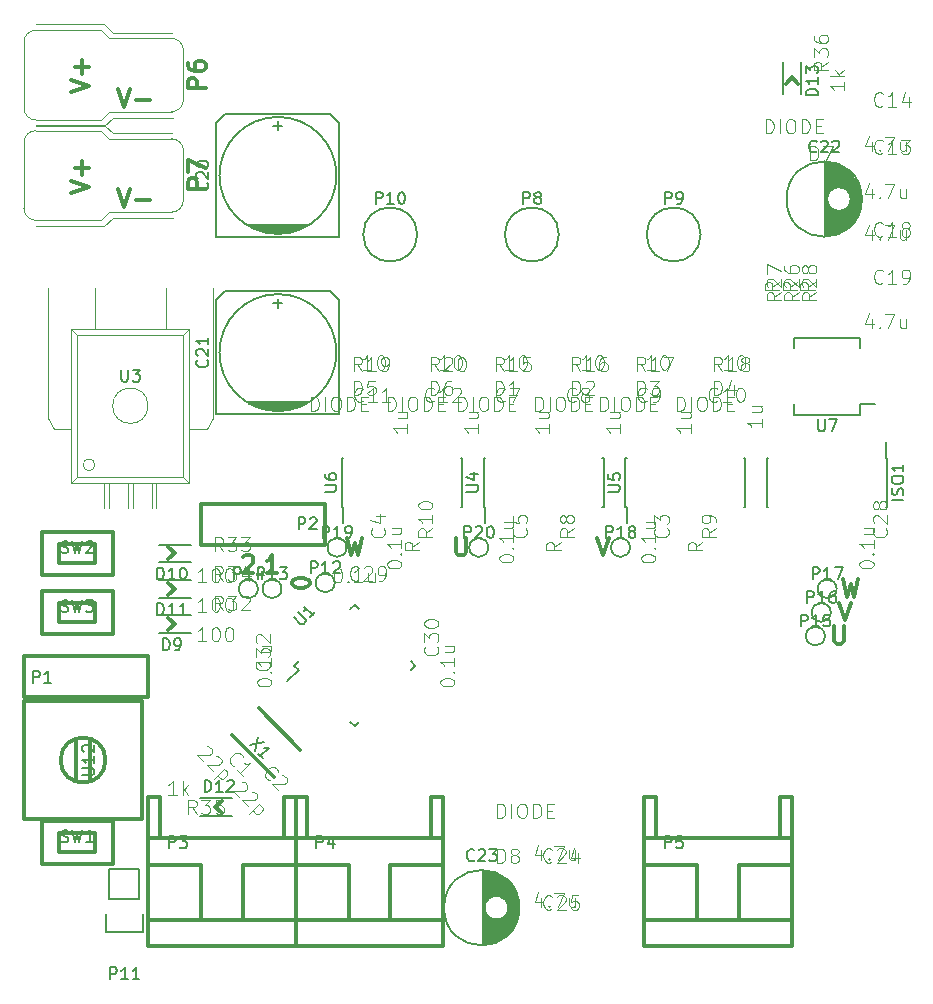
<source format=gbr>
G04 #@! TF.FileFunction,Legend,Top*
%FSLAX46Y46*%
G04 Gerber Fmt 4.6, Leading zero omitted, Abs format (unit mm)*
G04 Created by KiCad (PCBNEW 4.0.6) date 03/21/17 17:18:28*
%MOMM*%
%LPD*%
G01*
G04 APERTURE LIST*
%ADD10C,0.100000*%
%ADD11C,0.300000*%
%ADD12C,0.150000*%
%ADD13C,0.101600*%
%ADD14C,0.304800*%
G04 APERTURE END LIST*
D10*
D11*
X68571429Y-51178571D02*
X68571429Y-52392857D01*
X68642857Y-52535714D01*
X68714286Y-52607143D01*
X68857143Y-52678571D01*
X69142857Y-52678571D01*
X69285715Y-52607143D01*
X69357143Y-52535714D01*
X69428572Y-52392857D01*
X69428572Y-51178571D01*
X69000000Y-49178571D02*
X69500000Y-50678571D01*
X70000000Y-49178571D01*
X69357143Y-47178571D02*
X69714286Y-48678571D01*
X70000000Y-47607143D01*
X70285714Y-48678571D01*
X70642857Y-47178571D01*
X48500000Y-43678571D02*
X49000000Y-45178571D01*
X49500000Y-43678571D01*
X36571429Y-43678571D02*
X36571429Y-44892857D01*
X36642857Y-45035714D01*
X36714286Y-45107143D01*
X36857143Y-45178571D01*
X37142857Y-45178571D01*
X37285715Y-45107143D01*
X37357143Y-45035714D01*
X37428572Y-44892857D01*
X37428572Y-43678571D01*
X27357143Y-43678571D02*
X27714286Y-45178571D01*
X28000000Y-44107143D01*
X28285714Y-45178571D01*
X28642857Y-43678571D01*
X22678571Y-47571428D02*
X22678571Y-47428571D01*
X22750000Y-47285714D01*
X22821429Y-47214285D01*
X22964286Y-47142856D01*
X23250000Y-47071428D01*
X23607143Y-47071428D01*
X23892857Y-47142856D01*
X24035714Y-47214285D01*
X24107143Y-47285714D01*
X24178571Y-47428571D01*
X24178571Y-47571428D01*
X24107143Y-47714285D01*
X24035714Y-47785714D01*
X23892857Y-47857142D01*
X23607143Y-47928571D01*
X23250000Y-47928571D01*
X22964286Y-47857142D01*
X22821429Y-47785714D01*
X22750000Y-47714285D01*
X22678571Y-47571428D01*
X21428572Y-46678571D02*
X20571429Y-46678571D01*
X21000001Y-46678571D02*
X21000001Y-45178571D01*
X20857144Y-45392857D01*
X20714286Y-45535714D01*
X20571429Y-45607143D01*
X18571429Y-45321429D02*
X18642858Y-45250000D01*
X18785715Y-45178571D01*
X19142858Y-45178571D01*
X19285715Y-45250000D01*
X19357144Y-45321429D01*
X19428572Y-45464286D01*
X19428572Y-45607143D01*
X19357144Y-45821429D01*
X18500001Y-46678571D01*
X19428572Y-46678571D01*
X17600862Y-60363604D02*
X21136396Y-63899138D01*
X19863604Y-58100862D02*
X23399138Y-61636396D01*
D12*
X22516000Y-17826000D02*
X20484000Y-17826000D01*
X20103000Y-17699000D02*
X23024000Y-17699000D01*
X23278000Y-17572000D02*
X19722000Y-17572000D01*
X19341000Y-17445000D02*
X23659000Y-17445000D01*
X23913000Y-17318000D02*
X19087000Y-17318000D01*
X18960000Y-17191000D02*
X24040000Y-17191000D01*
X16293000Y-18207000D02*
X26707000Y-18207000D01*
X26707000Y-18207000D02*
X26707000Y-8555000D01*
X26707000Y-8555000D02*
X25945000Y-7793000D01*
X25945000Y-7793000D02*
X17055000Y-7793000D01*
X17055000Y-7793000D02*
X16293000Y-8555000D01*
X16293000Y-8555000D02*
X16293000Y-18207000D01*
X21500000Y-8428000D02*
X21500000Y-9190000D01*
X21119000Y-8809000D02*
X21881000Y-8809000D01*
X26453000Y-13000000D02*
G75*
G03X26453000Y-13000000I-4953000J0D01*
G01*
X22516000Y-32826000D02*
X20484000Y-32826000D01*
X20103000Y-32699000D02*
X23024000Y-32699000D01*
X23278000Y-32572000D02*
X19722000Y-32572000D01*
X19341000Y-32445000D02*
X23659000Y-32445000D01*
X23913000Y-32318000D02*
X19087000Y-32318000D01*
X18960000Y-32191000D02*
X24040000Y-32191000D01*
X16293000Y-33207000D02*
X26707000Y-33207000D01*
X26707000Y-33207000D02*
X26707000Y-23555000D01*
X26707000Y-23555000D02*
X25945000Y-22793000D01*
X25945000Y-22793000D02*
X17055000Y-22793000D01*
X17055000Y-22793000D02*
X16293000Y-23555000D01*
X16293000Y-23555000D02*
X16293000Y-33207000D01*
X21500000Y-23428000D02*
X21500000Y-24190000D01*
X21119000Y-23809000D02*
X21881000Y-23809000D01*
X26453000Y-28000000D02*
G75*
G03X26453000Y-28000000I-4953000J0D01*
G01*
X73075000Y-36925000D02*
X72970000Y-36925000D01*
X73075000Y-41075000D02*
X72970000Y-41075000D01*
X62925000Y-41075000D02*
X63030000Y-41075000D01*
X62925000Y-36925000D02*
X63030000Y-36925000D01*
X73075000Y-36925000D02*
X73075000Y-41075000D01*
X62925000Y-36925000D02*
X62925000Y-41075000D01*
X72970000Y-36925000D02*
X72970000Y-35550000D01*
D11*
X0Y-53700000D02*
X10500000Y-53700000D01*
X10500000Y-53700000D02*
X10500000Y-57200000D01*
X10500000Y-57200000D02*
X0Y-57200000D01*
X0Y-57200000D02*
X0Y-53700000D01*
X25500000Y-44300000D02*
X15000000Y-44300000D01*
X15000000Y-44300000D02*
X15000000Y-40800000D01*
X15000000Y-40800000D02*
X25500000Y-40800000D01*
X25500000Y-40800000D02*
X25500000Y-44300000D01*
X23000000Y-78200000D02*
X10500000Y-78200000D01*
X23000000Y-65600000D02*
X23000000Y-78200000D01*
X22000000Y-69100000D02*
X22000000Y-65600000D01*
X22000000Y-65600000D02*
X23000000Y-65600000D01*
X10500000Y-69100000D02*
X23000000Y-69100000D01*
X18500000Y-71400000D02*
X18500000Y-76000000D01*
X18500000Y-71400000D02*
X23000000Y-71400000D01*
X15000000Y-76000000D02*
X15000000Y-71400000D01*
X15000000Y-71400000D02*
X10500000Y-71400000D01*
X10500000Y-76000000D02*
X23000000Y-76000000D01*
X10500000Y-65600000D02*
X10500000Y-78200000D01*
X10500000Y-65600000D02*
X11500000Y-65600000D01*
X11500000Y-65600000D02*
X11500000Y-69100000D01*
X35500000Y-78200000D02*
X23000000Y-78200000D01*
X35500000Y-65600000D02*
X35500000Y-78200000D01*
X34500000Y-69100000D02*
X34500000Y-65600000D01*
X34500000Y-65600000D02*
X35500000Y-65600000D01*
X23000000Y-69100000D02*
X35500000Y-69100000D01*
X31000000Y-71400000D02*
X31000000Y-76000000D01*
X31000000Y-71400000D02*
X35500000Y-71400000D01*
X27500000Y-76000000D02*
X27500000Y-71400000D01*
X27500000Y-71400000D02*
X23000000Y-71400000D01*
X23000000Y-76000000D02*
X35500000Y-76000000D01*
X23000000Y-65600000D02*
X23000000Y-78200000D01*
X23000000Y-65600000D02*
X24000000Y-65600000D01*
X24000000Y-65600000D02*
X24000000Y-69100000D01*
X65000000Y-78200000D02*
X52500000Y-78200000D01*
X65000000Y-65600000D02*
X65000000Y-78200000D01*
X64000000Y-69100000D02*
X64000000Y-65600000D01*
X64000000Y-65600000D02*
X65000000Y-65600000D01*
X52500000Y-69100000D02*
X65000000Y-69100000D01*
X60500000Y-71400000D02*
X60500000Y-76000000D01*
X60500000Y-71400000D02*
X65000000Y-71400000D01*
X57000000Y-76000000D02*
X57000000Y-71400000D01*
X57000000Y-71400000D02*
X52500000Y-71400000D01*
X52500000Y-76000000D02*
X65000000Y-76000000D01*
X52500000Y-65600000D02*
X52500000Y-78200000D01*
X52500000Y-65600000D02*
X53500000Y-65600000D01*
X53500000Y-65600000D02*
X53500000Y-69100000D01*
D10*
X1000000Y-200000D02*
X6800000Y-200000D01*
X12500000Y-900000D02*
X7500000Y-900000D01*
X12600000Y-8100000D02*
X7500000Y-8100000D01*
X1000000Y-8800000D02*
X6800000Y-8800000D01*
X1000000Y-8300000D02*
X6500000Y-8300000D01*
X0Y-1700000D02*
X0Y-7300000D01*
X6500000Y-700000D02*
X1000000Y-700000D01*
X12500000Y-1400000D02*
X7200000Y-1400000D01*
X12500000Y-7600000D02*
X7200000Y-7600000D01*
X13500000Y-2400000D02*
X13500000Y-6600000D01*
X13500000Y-2400000D02*
G75*
G03X12500000Y-1400000I-1000000J0D01*
G01*
X12500000Y-7600000D02*
G75*
G03X13500000Y-6600000I0J1000000D01*
G01*
X1000000Y-700000D02*
G75*
G03X0Y-1700000I0J-1000000D01*
G01*
X0Y-7300000D02*
G75*
G03X1000000Y-8300000I1000000J0D01*
G01*
X6800000Y-8800000D02*
X7500000Y-8100000D01*
X6800000Y-200000D02*
X7500000Y-900000D01*
X6500000Y-700000D02*
X7200000Y-1400000D01*
X6500000Y-8300000D02*
X7200000Y-7600000D01*
X1000000Y-8700000D02*
X6800000Y-8700000D01*
X12500000Y-9400000D02*
X7500000Y-9400000D01*
X12600000Y-16600000D02*
X7500000Y-16600000D01*
X1000000Y-17300000D02*
X6800000Y-17300000D01*
X1000000Y-16800000D02*
X6500000Y-16800000D01*
X0Y-10200000D02*
X0Y-15800000D01*
X6500000Y-9200000D02*
X1000000Y-9200000D01*
X12500000Y-9900000D02*
X7200000Y-9900000D01*
X12500000Y-16100000D02*
X7200000Y-16100000D01*
X13500000Y-10900000D02*
X13500000Y-15100000D01*
X13500000Y-10900000D02*
G75*
G03X12500000Y-9900000I-1000000J0D01*
G01*
X12500000Y-16100000D02*
G75*
G03X13500000Y-15100000I0J1000000D01*
G01*
X1000000Y-9200000D02*
G75*
G03X0Y-10200000I0J-1000000D01*
G01*
X0Y-15800000D02*
G75*
G03X1000000Y-16800000I1000000J0D01*
G01*
X6800000Y-17300000D02*
X7500000Y-16600000D01*
X6800000Y-8700000D02*
X7500000Y-9400000D01*
X6500000Y-9200000D02*
X7200000Y-9900000D01*
X6500000Y-16800000D02*
X7200000Y-16100000D01*
D12*
X45286000Y-18000000D02*
G75*
G03X45286000Y-18000000I-2286000J0D01*
G01*
X57286000Y-18000000D02*
G75*
G03X57286000Y-18000000I-2286000J0D01*
G01*
X33286000Y-18000000D02*
G75*
G03X33286000Y-18000000I-2286000J0D01*
G01*
D11*
X3000000Y-70300000D02*
X6000000Y-70300000D01*
X6000000Y-70300000D02*
X6000000Y-68700000D01*
X6000000Y-68700000D02*
X3000000Y-68700000D01*
X3000000Y-68700000D02*
X3000000Y-70300000D01*
X1500000Y-71300000D02*
X7500000Y-71300000D01*
X7500000Y-71300000D02*
X7500000Y-67700000D01*
X7500000Y-67700000D02*
X1500000Y-67700000D01*
X1500000Y-67700000D02*
X1500000Y-71300000D01*
D12*
X22873476Y-54500000D02*
X23244707Y-54871231D01*
X28000000Y-49373476D02*
X28371231Y-49744707D01*
X33126524Y-54500000D02*
X32755293Y-54128769D01*
X28000000Y-59626524D02*
X27628769Y-59255293D01*
X22873476Y-54500000D02*
X23244707Y-54128769D01*
X28000000Y-59626524D02*
X28371231Y-59255293D01*
X33126524Y-54500000D02*
X32755293Y-54871231D01*
X28000000Y-49373476D02*
X27628769Y-49744707D01*
X23244707Y-54871231D02*
X22272435Y-55843503D01*
D10*
X4500000Y-38500000D02*
X4500000Y-26500000D01*
X13500000Y-38500000D02*
X4500000Y-38500000D01*
X4500000Y-38500000D02*
X4000000Y-39000000D01*
X13500000Y-26500000D02*
X13500000Y-38500000D01*
X13500000Y-38500000D02*
X14000000Y-39000000D01*
X13500000Y-26500000D02*
X14000000Y-26000000D01*
X4500000Y-26500000D02*
X13500000Y-26500000D01*
X4000000Y-26000000D02*
X4500000Y-26500000D01*
X16000000Y-33500000D02*
X16000000Y-22500000D01*
X15500000Y-34500000D02*
X14000000Y-34500000D01*
X15500000Y-34500000D02*
X16000000Y-33500000D01*
X2000000Y-33500000D02*
X2000000Y-22500000D01*
X2500000Y-34500000D02*
X4000000Y-34500000D01*
X2000000Y-33500000D02*
X2500000Y-34500000D01*
X6000000Y-37500000D02*
G75*
G03X6000000Y-37500000I-500000J0D01*
G01*
X10500000Y-32500000D02*
G75*
G03X10500000Y-32500000I-1500000J0D01*
G01*
X11200000Y-39000000D02*
X11200000Y-41200000D01*
X10800000Y-39000000D02*
X10800000Y-41200000D01*
X7200000Y-39000000D02*
X7200000Y-41200000D01*
X6800000Y-39000000D02*
X6800000Y-41200000D01*
X9200000Y-39000000D02*
X9200000Y-41200000D01*
X8800000Y-39000000D02*
X8800000Y-41200000D01*
X12000000Y-22500000D02*
X12000000Y-26000000D01*
X6000000Y-22500000D02*
X6000000Y-26000000D01*
X14000000Y-39000000D02*
X4000000Y-39000000D01*
X4000000Y-26000000D02*
X14000000Y-26000000D01*
X4000000Y-26000000D02*
X4000000Y-39000000D01*
X14000000Y-26000000D02*
X14000000Y-39000000D01*
D12*
X38925000Y-41075000D02*
X39030000Y-41075000D01*
X38925000Y-36925000D02*
X39030000Y-36925000D01*
X49075000Y-36925000D02*
X48970000Y-36925000D01*
X49075000Y-41075000D02*
X48970000Y-41075000D01*
X38925000Y-41075000D02*
X38925000Y-36925000D01*
X49075000Y-41075000D02*
X49075000Y-36925000D01*
X39030000Y-41075000D02*
X39030000Y-42450000D01*
X50925000Y-41075000D02*
X51030000Y-41075000D01*
X50925000Y-36925000D02*
X51030000Y-36925000D01*
X61075000Y-36925000D02*
X60970000Y-36925000D01*
X61075000Y-41075000D02*
X60970000Y-41075000D01*
X50925000Y-41075000D02*
X50925000Y-36925000D01*
X61075000Y-41075000D02*
X61075000Y-36925000D01*
X51030000Y-41075000D02*
X51030000Y-42450000D01*
X26925000Y-41075000D02*
X27030000Y-41075000D01*
X26925000Y-36925000D02*
X27030000Y-36925000D01*
X37075000Y-36925000D02*
X36970000Y-36925000D01*
X37075000Y-41075000D02*
X36970000Y-41075000D01*
X26925000Y-41075000D02*
X26925000Y-36925000D01*
X37075000Y-41075000D02*
X37075000Y-36925000D01*
X27030000Y-41075000D02*
X27030000Y-42450000D01*
X70775000Y-33275000D02*
X70775000Y-32375000D01*
X65225000Y-33275000D02*
X65225000Y-32375000D01*
X65225000Y-26725000D02*
X65225000Y-27625000D01*
X70775000Y-26725000D02*
X70775000Y-27625000D01*
X70775000Y-33275000D02*
X65225000Y-33275000D01*
X70775000Y-26725000D02*
X65225000Y-26725000D01*
X70775000Y-32375000D02*
X72050000Y-32375000D01*
X67825000Y-11851000D02*
X67825000Y-18149000D01*
X67965000Y-11857000D02*
X67965000Y-18143000D01*
X68105000Y-11870000D02*
X68105000Y-14554000D01*
X68105000Y-15446000D02*
X68105000Y-18130000D01*
X68245000Y-11889000D02*
X68245000Y-14344000D01*
X68245000Y-15656000D02*
X68245000Y-18111000D01*
X68385000Y-11915000D02*
X68385000Y-14211000D01*
X68385000Y-15789000D02*
X68385000Y-18085000D01*
X68525000Y-11947000D02*
X68525000Y-14120000D01*
X68525000Y-15880000D02*
X68525000Y-18053000D01*
X68665000Y-11986000D02*
X68665000Y-14058000D01*
X68665000Y-15942000D02*
X68665000Y-18014000D01*
X68805000Y-12032000D02*
X68805000Y-14019000D01*
X68805000Y-15981000D02*
X68805000Y-17968000D01*
X68945000Y-12085000D02*
X68945000Y-14002000D01*
X68945000Y-15998000D02*
X68945000Y-17915000D01*
X69085000Y-12147000D02*
X69085000Y-14004000D01*
X69085000Y-15996000D02*
X69085000Y-17853000D01*
X69225000Y-12217000D02*
X69225000Y-14026000D01*
X69225000Y-15974000D02*
X69225000Y-17783000D01*
X69365000Y-12296000D02*
X69365000Y-14069000D01*
X69365000Y-15931000D02*
X69365000Y-17704000D01*
X69505000Y-12384000D02*
X69505000Y-14137000D01*
X69505000Y-15863000D02*
X69505000Y-17616000D01*
X69645000Y-12484000D02*
X69645000Y-14236000D01*
X69645000Y-15764000D02*
X69645000Y-17516000D01*
X69785000Y-12596000D02*
X69785000Y-14381000D01*
X69785000Y-15619000D02*
X69785000Y-17404000D01*
X69925000Y-12721000D02*
X69925000Y-14620000D01*
X69925000Y-15380000D02*
X69925000Y-17279000D01*
X70065000Y-12864000D02*
X70065000Y-17136000D01*
X70205000Y-13026000D02*
X70205000Y-16974000D01*
X70345000Y-13214000D02*
X70345000Y-16786000D01*
X70485000Y-13437000D02*
X70485000Y-16563000D01*
X70625000Y-13713000D02*
X70625000Y-16287000D01*
X70765000Y-14088000D02*
X70765000Y-15912000D01*
X70000000Y-15000000D02*
G75*
G03X70000000Y-15000000I-1000000J0D01*
G01*
X70937500Y-15000000D02*
G75*
G03X70937500Y-15000000I-3187500J0D01*
G01*
X38825000Y-71851000D02*
X38825000Y-78149000D01*
X38965000Y-71857000D02*
X38965000Y-78143000D01*
X39105000Y-71870000D02*
X39105000Y-74554000D01*
X39105000Y-75446000D02*
X39105000Y-78130000D01*
X39245000Y-71889000D02*
X39245000Y-74344000D01*
X39245000Y-75656000D02*
X39245000Y-78111000D01*
X39385000Y-71915000D02*
X39385000Y-74211000D01*
X39385000Y-75789000D02*
X39385000Y-78085000D01*
X39525000Y-71947000D02*
X39525000Y-74120000D01*
X39525000Y-75880000D02*
X39525000Y-78053000D01*
X39665000Y-71986000D02*
X39665000Y-74058000D01*
X39665000Y-75942000D02*
X39665000Y-78014000D01*
X39805000Y-72032000D02*
X39805000Y-74019000D01*
X39805000Y-75981000D02*
X39805000Y-77968000D01*
X39945000Y-72085000D02*
X39945000Y-74002000D01*
X39945000Y-75998000D02*
X39945000Y-77915000D01*
X40085000Y-72147000D02*
X40085000Y-74004000D01*
X40085000Y-75996000D02*
X40085000Y-77853000D01*
X40225000Y-72217000D02*
X40225000Y-74026000D01*
X40225000Y-75974000D02*
X40225000Y-77783000D01*
X40365000Y-72296000D02*
X40365000Y-74069000D01*
X40365000Y-75931000D02*
X40365000Y-77704000D01*
X40505000Y-72384000D02*
X40505000Y-74137000D01*
X40505000Y-75863000D02*
X40505000Y-77616000D01*
X40645000Y-72484000D02*
X40645000Y-74236000D01*
X40645000Y-75764000D02*
X40645000Y-77516000D01*
X40785000Y-72596000D02*
X40785000Y-74381000D01*
X40785000Y-75619000D02*
X40785000Y-77404000D01*
X40925000Y-72721000D02*
X40925000Y-74620000D01*
X40925000Y-75380000D02*
X40925000Y-77279000D01*
X41065000Y-72864000D02*
X41065000Y-77136000D01*
X41205000Y-73026000D02*
X41205000Y-76974000D01*
X41345000Y-73214000D02*
X41345000Y-76786000D01*
X41485000Y-73437000D02*
X41485000Y-76563000D01*
X41625000Y-73713000D02*
X41625000Y-76287000D01*
X41765000Y-74088000D02*
X41765000Y-75912000D01*
X41000000Y-75000000D02*
G75*
G03X41000000Y-75000000I-1000000J0D01*
G01*
X41937500Y-75000000D02*
G75*
G03X41937500Y-75000000I-3187500J0D01*
G01*
X7230000Y-74230000D02*
X7230000Y-71690000D01*
X6950000Y-77050000D02*
X6950000Y-75500000D01*
X7230000Y-74230000D02*
X9770000Y-74230000D01*
X10050000Y-75500000D02*
X10050000Y-77050000D01*
X10050000Y-77050000D02*
X6950000Y-77050000D01*
X9770000Y-74230000D02*
X9770000Y-71690000D01*
X9770000Y-71690000D02*
X7230000Y-71690000D01*
D11*
X3000000Y-45800000D02*
X6000000Y-45800000D01*
X6000000Y-45800000D02*
X6000000Y-44200000D01*
X6000000Y-44200000D02*
X3000000Y-44200000D01*
X3000000Y-44200000D02*
X3000000Y-45800000D01*
X1500000Y-46800000D02*
X7500000Y-46800000D01*
X7500000Y-46800000D02*
X7500000Y-43200000D01*
X7500000Y-43200000D02*
X1500000Y-43200000D01*
X1500000Y-43200000D02*
X1500000Y-46800000D01*
X3000000Y-50800000D02*
X6000000Y-50800000D01*
X6000000Y-50800000D02*
X6000000Y-49200000D01*
X6000000Y-49200000D02*
X3000000Y-49200000D01*
X3000000Y-49200000D02*
X3000000Y-50800000D01*
X1500000Y-51800000D02*
X7500000Y-51800000D01*
X7500000Y-51800000D02*
X7500000Y-48200000D01*
X7500000Y-48200000D02*
X1500000Y-48200000D01*
X1500000Y-48200000D02*
X1500000Y-51800000D01*
X6900000Y-62500000D02*
G75*
G03X6900000Y-62500000I-1900000J0D01*
G01*
X5600000Y-64300000D02*
X5600000Y-60800000D01*
X4400000Y-64300000D02*
X4400000Y-60700000D01*
X0Y-67500000D02*
X0Y-57500000D01*
X0Y-57500000D02*
X10000000Y-57500000D01*
X10000000Y-57500000D02*
X10000000Y-67500000D01*
X10000000Y-67500000D02*
X0Y-67500000D01*
X12800000Y-51000000D02*
X12200000Y-50500000D01*
X12800000Y-51000000D02*
X12200000Y-51500000D01*
D12*
X14100000Y-50250000D02*
X11400000Y-50250000D01*
X14100000Y-51750000D02*
X11400000Y-51750000D01*
D11*
X12800000Y-45000000D02*
X12200000Y-44500000D01*
X12800000Y-45000000D02*
X12200000Y-45500000D01*
D12*
X14100000Y-44250000D02*
X11400000Y-44250000D01*
X14100000Y-45750000D02*
X11400000Y-45750000D01*
D11*
X12800000Y-48000000D02*
X12200000Y-47500000D01*
X12800000Y-48000000D02*
X12200000Y-48500000D01*
D12*
X14100000Y-47250000D02*
X11400000Y-47250000D01*
X14100000Y-48750000D02*
X11400000Y-48750000D01*
D11*
X16200000Y-66500000D02*
X16800000Y-67000000D01*
X16200000Y-66500000D02*
X16800000Y-66000000D01*
D12*
X14900000Y-67250000D02*
X17600000Y-67250000D01*
X14900000Y-65750000D02*
X17600000Y-65750000D01*
D11*
X65000000Y-4700000D02*
X64500000Y-5300000D01*
X65000000Y-4700000D02*
X65500000Y-5300000D01*
D12*
X64250000Y-3400000D02*
X64250000Y-6100000D01*
X65750000Y-3400000D02*
X65750000Y-6100000D01*
X26303219Y-47500000D02*
G75*
G03X26303219Y-47500000I-803219J0D01*
G01*
X21803219Y-48000000D02*
G75*
G03X21803219Y-48000000I-803219J0D01*
G01*
X19803219Y-48000000D02*
G75*
G03X19803219Y-48000000I-803219J0D01*
G01*
X67803219Y-52000000D02*
G75*
G03X67803219Y-52000000I-803219J0D01*
G01*
X68303219Y-50000000D02*
G75*
G03X68303219Y-50000000I-803219J0D01*
G01*
X68803219Y-48000000D02*
G75*
G03X68803219Y-48000000I-803219J0D01*
G01*
X51303219Y-44500000D02*
G75*
G03X51303219Y-44500000I-803219J0D01*
G01*
X27303219Y-44500000D02*
G75*
G03X27303219Y-44500000I-803219J0D01*
G01*
X39303219Y-44500000D02*
G75*
G03X39303219Y-44500000I-803219J0D01*
G01*
D13*
X72706690Y-11057643D02*
X72649238Y-11115095D01*
X72476881Y-11172548D01*
X72361976Y-11172548D01*
X72189619Y-11115095D01*
X72074714Y-11000190D01*
X72017262Y-10885286D01*
X71959810Y-10655476D01*
X71959810Y-10483119D01*
X72017262Y-10253310D01*
X72074714Y-10138405D01*
X72189619Y-10023500D01*
X72361976Y-9966048D01*
X72476881Y-9966048D01*
X72649238Y-10023500D01*
X72706690Y-10080952D01*
X73855738Y-11172548D02*
X73166310Y-11172548D01*
X73511024Y-11172548D02*
X73511024Y-9966048D01*
X73396119Y-10138405D01*
X73281214Y-10253310D01*
X73166310Y-10310762D01*
X74257905Y-9966048D02*
X75004786Y-9966048D01*
X74602619Y-10425667D01*
X74774977Y-10425667D01*
X74889881Y-10483119D01*
X74947334Y-10540571D01*
X75004786Y-10655476D01*
X75004786Y-10942738D01*
X74947334Y-11057643D01*
X74889881Y-11115095D01*
X74774977Y-11172548D01*
X74430262Y-11172548D01*
X74315358Y-11115095D01*
X74257905Y-11057643D01*
X71804333Y-14138214D02*
X71804333Y-14942548D01*
X71517071Y-13678595D02*
X71229810Y-14540381D01*
X71976690Y-14540381D01*
X72436310Y-14827643D02*
X72493762Y-14885095D01*
X72436310Y-14942548D01*
X72378858Y-14885095D01*
X72436310Y-14827643D01*
X72436310Y-14942548D01*
X72895929Y-13736048D02*
X73700262Y-13736048D01*
X73183191Y-14942548D01*
X74676953Y-14138214D02*
X74676953Y-14942548D01*
X74159882Y-14138214D02*
X74159882Y-14770190D01*
X74217334Y-14885095D01*
X74332239Y-14942548D01*
X74504596Y-14942548D01*
X74619501Y-14885095D01*
X74676953Y-14827643D01*
X17812499Y-62966775D02*
X17731250Y-62966775D01*
X17568749Y-62885526D01*
X17487499Y-62804276D01*
X17406250Y-62641776D01*
X17406250Y-62479275D01*
X17446875Y-62357401D01*
X17568750Y-62154276D01*
X17690625Y-62032402D01*
X17893749Y-61910527D01*
X18015624Y-61869901D01*
X18178124Y-61869901D01*
X18340624Y-61951151D01*
X18421874Y-62032402D01*
X18503124Y-62194901D01*
X18503124Y-62276150D01*
X18543748Y-63860525D02*
X18056249Y-63373026D01*
X18299999Y-63616775D02*
X19153123Y-62763651D01*
X18949998Y-62804276D01*
X18787498Y-62804276D01*
X18665624Y-62763651D01*
X15475000Y-61350000D02*
X15556249Y-61350000D01*
X15678124Y-61390625D01*
X15881249Y-61593750D01*
X15921874Y-61715624D01*
X15921874Y-61796874D01*
X15881249Y-61918749D01*
X15799999Y-61999999D01*
X15637499Y-62081249D01*
X14662500Y-62081249D01*
X15190624Y-62609374D01*
X16287499Y-62162499D02*
X16368749Y-62162499D01*
X16490624Y-62203125D01*
X16693749Y-62406250D01*
X16734373Y-62528124D01*
X16734374Y-62609374D01*
X16693749Y-62731249D01*
X16612498Y-62812499D01*
X16449999Y-62893749D01*
X15474999Y-62893749D01*
X16003124Y-63421873D01*
X16937499Y-63218748D02*
X16084375Y-64071873D01*
X16896873Y-63259374D02*
X17018749Y-63299999D01*
X17181249Y-63462498D01*
X17221873Y-63584374D01*
X17221873Y-63665623D01*
X17181249Y-63787498D01*
X16937499Y-64031248D01*
X16815623Y-64071873D01*
X16734374Y-64071873D01*
X16612498Y-64031248D01*
X16449999Y-63868749D01*
X16409374Y-63746873D01*
X20812499Y-64170723D02*
X20731250Y-64170723D01*
X20568749Y-64089474D01*
X20487499Y-64008224D01*
X20406250Y-63845724D01*
X20406250Y-63683223D01*
X20446875Y-63561349D01*
X20568750Y-63358224D01*
X20690625Y-63236350D01*
X20893749Y-63114475D01*
X21015624Y-63073849D01*
X21178124Y-63073849D01*
X21340624Y-63155099D01*
X21421874Y-63236350D01*
X21503124Y-63398849D01*
X21503124Y-63480098D01*
X21828124Y-63805099D02*
X21909374Y-63805099D01*
X22031248Y-63845724D01*
X22234373Y-64048849D01*
X22274998Y-64170723D01*
X22274999Y-64251973D01*
X22234373Y-64373848D01*
X22153123Y-64455098D01*
X21990624Y-64536348D01*
X21015624Y-64536348D01*
X21543748Y-65064473D01*
X18475000Y-64350000D02*
X18556249Y-64350000D01*
X18678124Y-64390625D01*
X18881249Y-64593750D01*
X18921874Y-64715624D01*
X18921874Y-64796874D01*
X18881249Y-64918749D01*
X18799999Y-64999999D01*
X18637499Y-65081249D01*
X17662500Y-65081249D01*
X18190624Y-65609374D01*
X19287499Y-65162499D02*
X19368749Y-65162499D01*
X19490624Y-65203125D01*
X19693749Y-65406250D01*
X19734373Y-65528124D01*
X19734374Y-65609374D01*
X19693749Y-65731249D01*
X19612498Y-65812499D01*
X19449999Y-65893749D01*
X18474999Y-65893749D01*
X19003124Y-66421873D01*
X19937499Y-66218748D02*
X19084375Y-67071873D01*
X19896873Y-66259374D02*
X20018749Y-66299999D01*
X20181249Y-66462498D01*
X20221873Y-66584374D01*
X20221873Y-66665623D01*
X20181249Y-66787498D01*
X19937499Y-67031248D01*
X19815623Y-67071873D01*
X19734374Y-67071873D01*
X19612498Y-67031248D01*
X19449999Y-66868749D01*
X19409374Y-66746873D01*
X54462643Y-42888310D02*
X54520095Y-42945762D01*
X54577548Y-43118119D01*
X54577548Y-43233024D01*
X54520095Y-43405381D01*
X54405190Y-43520286D01*
X54290286Y-43577738D01*
X54060476Y-43635190D01*
X53888119Y-43635190D01*
X53658310Y-43577738D01*
X53543405Y-43520286D01*
X53428500Y-43405381D01*
X53371048Y-43233024D01*
X53371048Y-43118119D01*
X53428500Y-42945762D01*
X53485952Y-42888310D01*
X53371048Y-42486143D02*
X53371048Y-41739262D01*
X53830667Y-42141429D01*
X53830667Y-41969071D01*
X53888119Y-41854167D01*
X53945571Y-41796714D01*
X54060476Y-41739262D01*
X54347738Y-41739262D01*
X54462643Y-41796714D01*
X54520095Y-41854167D01*
X54577548Y-41969071D01*
X54577548Y-42313786D01*
X54520095Y-42428690D01*
X54462643Y-42486143D01*
X52236048Y-45482929D02*
X52236048Y-45368024D01*
X52293500Y-45253119D01*
X52350952Y-45195667D01*
X52465857Y-45138214D01*
X52695667Y-45080762D01*
X52982929Y-45080762D01*
X53212738Y-45138214D01*
X53327643Y-45195667D01*
X53385095Y-45253119D01*
X53442548Y-45368024D01*
X53442548Y-45482929D01*
X53385095Y-45597833D01*
X53327643Y-45655286D01*
X53212738Y-45712738D01*
X52982929Y-45770190D01*
X52695667Y-45770190D01*
X52465857Y-45712738D01*
X52350952Y-45655286D01*
X52293500Y-45597833D01*
X52236048Y-45482929D01*
X53327643Y-44563690D02*
X53385095Y-44506238D01*
X53442548Y-44563690D01*
X53385095Y-44621142D01*
X53327643Y-44563690D01*
X53442548Y-44563690D01*
X53442548Y-43357190D02*
X53442548Y-44046618D01*
X53442548Y-43701904D02*
X52236048Y-43701904D01*
X52408405Y-43816809D01*
X52523310Y-43931714D01*
X52580762Y-44046618D01*
X52638214Y-42323047D02*
X53442548Y-42323047D01*
X52638214Y-42840118D02*
X53270190Y-42840118D01*
X53385095Y-42782666D01*
X53442548Y-42667761D01*
X53442548Y-42495404D01*
X53385095Y-42380499D01*
X53327643Y-42323047D01*
X30462643Y-42888310D02*
X30520095Y-42945762D01*
X30577548Y-43118119D01*
X30577548Y-43233024D01*
X30520095Y-43405381D01*
X30405190Y-43520286D01*
X30290286Y-43577738D01*
X30060476Y-43635190D01*
X29888119Y-43635190D01*
X29658310Y-43577738D01*
X29543405Y-43520286D01*
X29428500Y-43405381D01*
X29371048Y-43233024D01*
X29371048Y-43118119D01*
X29428500Y-42945762D01*
X29485952Y-42888310D01*
X29773214Y-41854167D02*
X30577548Y-41854167D01*
X29313595Y-42141429D02*
X30175381Y-42428690D01*
X30175381Y-41681810D01*
X30736048Y-45982929D02*
X30736048Y-45868024D01*
X30793500Y-45753119D01*
X30850952Y-45695667D01*
X30965857Y-45638214D01*
X31195667Y-45580762D01*
X31482929Y-45580762D01*
X31712738Y-45638214D01*
X31827643Y-45695667D01*
X31885095Y-45753119D01*
X31942548Y-45868024D01*
X31942548Y-45982929D01*
X31885095Y-46097833D01*
X31827643Y-46155286D01*
X31712738Y-46212738D01*
X31482929Y-46270190D01*
X31195667Y-46270190D01*
X30965857Y-46212738D01*
X30850952Y-46155286D01*
X30793500Y-46097833D01*
X30736048Y-45982929D01*
X31827643Y-45063690D02*
X31885095Y-45006238D01*
X31942548Y-45063690D01*
X31885095Y-45121142D01*
X31827643Y-45063690D01*
X31942548Y-45063690D01*
X31942548Y-43857190D02*
X31942548Y-44546618D01*
X31942548Y-44201904D02*
X30736048Y-44201904D01*
X30908405Y-44316809D01*
X31023310Y-44431714D01*
X31080762Y-44546618D01*
X31138214Y-42823047D02*
X31942548Y-42823047D01*
X31138214Y-43340118D02*
X31770190Y-43340118D01*
X31885095Y-43282666D01*
X31942548Y-43167761D01*
X31942548Y-42995404D01*
X31885095Y-42880499D01*
X31827643Y-42823047D01*
X40706690Y-32057643D02*
X40649238Y-32115095D01*
X40476881Y-32172548D01*
X40361976Y-32172548D01*
X40189619Y-32115095D01*
X40074714Y-32000190D01*
X40017262Y-31885286D01*
X39959810Y-31655476D01*
X39959810Y-31483119D01*
X40017262Y-31253310D01*
X40074714Y-31138405D01*
X40189619Y-31023500D01*
X40361976Y-30966048D01*
X40476881Y-30966048D01*
X40649238Y-31023500D01*
X40706690Y-31080952D01*
X41108857Y-30966048D02*
X41913190Y-30966048D01*
X41396119Y-32172548D01*
X44442548Y-34080762D02*
X44442548Y-34770190D01*
X44442548Y-34425476D02*
X43236048Y-34425476D01*
X43408405Y-34540381D01*
X43523310Y-34655286D01*
X43580762Y-34770190D01*
X43638214Y-33046619D02*
X44442548Y-33046619D01*
X43638214Y-33563690D02*
X44270190Y-33563690D01*
X44385095Y-33506238D01*
X44442548Y-33391333D01*
X44442548Y-33218976D01*
X44385095Y-33104071D01*
X44327643Y-33046619D01*
X46706690Y-32057643D02*
X46649238Y-32115095D01*
X46476881Y-32172548D01*
X46361976Y-32172548D01*
X46189619Y-32115095D01*
X46074714Y-32000190D01*
X46017262Y-31885286D01*
X45959810Y-31655476D01*
X45959810Y-31483119D01*
X46017262Y-31253310D01*
X46074714Y-31138405D01*
X46189619Y-31023500D01*
X46361976Y-30966048D01*
X46476881Y-30966048D01*
X46649238Y-31023500D01*
X46706690Y-31080952D01*
X47396119Y-31483119D02*
X47281214Y-31425667D01*
X47223762Y-31368214D01*
X47166310Y-31253310D01*
X47166310Y-31195857D01*
X47223762Y-31080952D01*
X47281214Y-31023500D01*
X47396119Y-30966048D01*
X47625929Y-30966048D01*
X47740833Y-31023500D01*
X47798286Y-31080952D01*
X47855738Y-31195857D01*
X47855738Y-31253310D01*
X47798286Y-31368214D01*
X47740833Y-31425667D01*
X47625929Y-31483119D01*
X47396119Y-31483119D01*
X47281214Y-31540571D01*
X47223762Y-31598024D01*
X47166310Y-31712929D01*
X47166310Y-31942738D01*
X47223762Y-32057643D01*
X47281214Y-32115095D01*
X47396119Y-32172548D01*
X47625929Y-32172548D01*
X47740833Y-32115095D01*
X47798286Y-32057643D01*
X47855738Y-31942738D01*
X47855738Y-31712929D01*
X47798286Y-31598024D01*
X47740833Y-31540571D01*
X47625929Y-31483119D01*
X50442548Y-34080762D02*
X50442548Y-34770190D01*
X50442548Y-34425476D02*
X49236048Y-34425476D01*
X49408405Y-34540381D01*
X49523310Y-34655286D01*
X49580762Y-34770190D01*
X49638214Y-33046619D02*
X50442548Y-33046619D01*
X49638214Y-33563690D02*
X50270190Y-33563690D01*
X50385095Y-33506238D01*
X50442548Y-33391333D01*
X50442548Y-33218976D01*
X50385095Y-33104071D01*
X50327643Y-33046619D01*
X72706690Y-7057643D02*
X72649238Y-7115095D01*
X72476881Y-7172548D01*
X72361976Y-7172548D01*
X72189619Y-7115095D01*
X72074714Y-7000190D01*
X72017262Y-6885286D01*
X71959810Y-6655476D01*
X71959810Y-6483119D01*
X72017262Y-6253310D01*
X72074714Y-6138405D01*
X72189619Y-6023500D01*
X72361976Y-5966048D01*
X72476881Y-5966048D01*
X72649238Y-6023500D01*
X72706690Y-6080952D01*
X73855738Y-7172548D02*
X73166310Y-7172548D01*
X73511024Y-7172548D02*
X73511024Y-5966048D01*
X73396119Y-6138405D01*
X73281214Y-6253310D01*
X73166310Y-6310762D01*
X74889881Y-6368214D02*
X74889881Y-7172548D01*
X74602619Y-5908595D02*
X74315358Y-6770381D01*
X75062238Y-6770381D01*
X71804333Y-10138214D02*
X71804333Y-10942548D01*
X71517071Y-9678595D02*
X71229810Y-10540381D01*
X71976690Y-10540381D01*
X72436310Y-10827643D02*
X72493762Y-10885095D01*
X72436310Y-10942548D01*
X72378858Y-10885095D01*
X72436310Y-10827643D01*
X72436310Y-10942548D01*
X72895929Y-9736048D02*
X73700262Y-9736048D01*
X73183191Y-10942548D01*
X74676953Y-10138214D02*
X74676953Y-10942548D01*
X74159882Y-10138214D02*
X74159882Y-10770190D01*
X74217334Y-10885095D01*
X74332239Y-10942548D01*
X74504596Y-10942548D01*
X74619501Y-10885095D01*
X74676953Y-10827643D01*
X72706690Y-18057643D02*
X72649238Y-18115095D01*
X72476881Y-18172548D01*
X72361976Y-18172548D01*
X72189619Y-18115095D01*
X72074714Y-18000190D01*
X72017262Y-17885286D01*
X71959810Y-17655476D01*
X71959810Y-17483119D01*
X72017262Y-17253310D01*
X72074714Y-17138405D01*
X72189619Y-17023500D01*
X72361976Y-16966048D01*
X72476881Y-16966048D01*
X72649238Y-17023500D01*
X72706690Y-17080952D01*
X73855738Y-18172548D02*
X73166310Y-18172548D01*
X73511024Y-18172548D02*
X73511024Y-16966048D01*
X73396119Y-17138405D01*
X73281214Y-17253310D01*
X73166310Y-17310762D01*
X74545167Y-17483119D02*
X74430262Y-17425667D01*
X74372810Y-17368214D01*
X74315358Y-17253310D01*
X74315358Y-17195857D01*
X74372810Y-17080952D01*
X74430262Y-17023500D01*
X74545167Y-16966048D01*
X74774977Y-16966048D01*
X74889881Y-17023500D01*
X74947334Y-17080952D01*
X75004786Y-17195857D01*
X75004786Y-17253310D01*
X74947334Y-17368214D01*
X74889881Y-17425667D01*
X74774977Y-17483119D01*
X74545167Y-17483119D01*
X74430262Y-17540571D01*
X74372810Y-17598024D01*
X74315358Y-17712929D01*
X74315358Y-17942738D01*
X74372810Y-18057643D01*
X74430262Y-18115095D01*
X74545167Y-18172548D01*
X74774977Y-18172548D01*
X74889881Y-18115095D01*
X74947334Y-18057643D01*
X75004786Y-17942738D01*
X75004786Y-17712929D01*
X74947334Y-17598024D01*
X74889881Y-17540571D01*
X74774977Y-17483119D01*
X71804333Y-17638214D02*
X71804333Y-18442548D01*
X71517071Y-17178595D02*
X71229810Y-18040381D01*
X71976690Y-18040381D01*
X72436310Y-18327643D02*
X72493762Y-18385095D01*
X72436310Y-18442548D01*
X72378858Y-18385095D01*
X72436310Y-18327643D01*
X72436310Y-18442548D01*
X72895929Y-17236048D02*
X73700262Y-17236048D01*
X73183191Y-18442548D01*
X74676953Y-17638214D02*
X74676953Y-18442548D01*
X74159882Y-17638214D02*
X74159882Y-18270190D01*
X74217334Y-18385095D01*
X74332239Y-18442548D01*
X74504596Y-18442548D01*
X74619501Y-18385095D01*
X74676953Y-18327643D01*
X46577548Y-42888310D02*
X46003024Y-43290476D01*
X46577548Y-43577738D02*
X45371048Y-43577738D01*
X45371048Y-43118119D01*
X45428500Y-43003214D01*
X45485952Y-42945762D01*
X45600857Y-42888310D01*
X45773214Y-42888310D01*
X45888119Y-42945762D01*
X45945571Y-43003214D01*
X46003024Y-43118119D01*
X46003024Y-43577738D01*
X45888119Y-42198881D02*
X45830667Y-42313786D01*
X45773214Y-42371238D01*
X45658310Y-42428690D01*
X45600857Y-42428690D01*
X45485952Y-42371238D01*
X45428500Y-42313786D01*
X45371048Y-42198881D01*
X45371048Y-41969071D01*
X45428500Y-41854167D01*
X45485952Y-41796714D01*
X45600857Y-41739262D01*
X45658310Y-41739262D01*
X45773214Y-41796714D01*
X45830667Y-41854167D01*
X45888119Y-41969071D01*
X45888119Y-42198881D01*
X45945571Y-42313786D01*
X46003024Y-42371238D01*
X46117929Y-42428690D01*
X46347738Y-42428690D01*
X46462643Y-42371238D01*
X46520095Y-42313786D01*
X46577548Y-42198881D01*
X46577548Y-41969071D01*
X46520095Y-41854167D01*
X46462643Y-41796714D01*
X46347738Y-41739262D01*
X46117929Y-41739262D01*
X46003024Y-41796714D01*
X45945571Y-41854167D01*
X45888119Y-41969071D01*
X45442548Y-44023310D02*
X44868024Y-44425476D01*
X45442548Y-44712738D02*
X44236048Y-44712738D01*
X44236048Y-44253119D01*
X44293500Y-44138214D01*
X44350952Y-44080762D01*
X44465857Y-44023310D01*
X44638214Y-44023310D01*
X44753119Y-44080762D01*
X44810571Y-44138214D01*
X44868024Y-44253119D01*
X44868024Y-44712738D01*
X58577548Y-42888310D02*
X58003024Y-43290476D01*
X58577548Y-43577738D02*
X57371048Y-43577738D01*
X57371048Y-43118119D01*
X57428500Y-43003214D01*
X57485952Y-42945762D01*
X57600857Y-42888310D01*
X57773214Y-42888310D01*
X57888119Y-42945762D01*
X57945571Y-43003214D01*
X58003024Y-43118119D01*
X58003024Y-43577738D01*
X58577548Y-42313786D02*
X58577548Y-42083976D01*
X58520095Y-41969071D01*
X58462643Y-41911619D01*
X58290286Y-41796714D01*
X58060476Y-41739262D01*
X57600857Y-41739262D01*
X57485952Y-41796714D01*
X57428500Y-41854167D01*
X57371048Y-41969071D01*
X57371048Y-42198881D01*
X57428500Y-42313786D01*
X57485952Y-42371238D01*
X57600857Y-42428690D01*
X57888119Y-42428690D01*
X58003024Y-42371238D01*
X58060476Y-42313786D01*
X58117929Y-42198881D01*
X58117929Y-41969071D01*
X58060476Y-41854167D01*
X58003024Y-41796714D01*
X57888119Y-41739262D01*
X57442548Y-44023310D02*
X56868024Y-44425476D01*
X57442548Y-44712738D02*
X56236048Y-44712738D01*
X56236048Y-44253119D01*
X56293500Y-44138214D01*
X56350952Y-44080762D01*
X56465857Y-44023310D01*
X56638214Y-44023310D01*
X56753119Y-44080762D01*
X56810571Y-44138214D01*
X56868024Y-44253119D01*
X56868024Y-44712738D01*
X34577548Y-42888310D02*
X34003024Y-43290476D01*
X34577548Y-43577738D02*
X33371048Y-43577738D01*
X33371048Y-43118119D01*
X33428500Y-43003214D01*
X33485952Y-42945762D01*
X33600857Y-42888310D01*
X33773214Y-42888310D01*
X33888119Y-42945762D01*
X33945571Y-43003214D01*
X34003024Y-43118119D01*
X34003024Y-43577738D01*
X34577548Y-41739262D02*
X34577548Y-42428690D01*
X34577548Y-42083976D02*
X33371048Y-42083976D01*
X33543405Y-42198881D01*
X33658310Y-42313786D01*
X33715762Y-42428690D01*
X33371048Y-40992381D02*
X33371048Y-40877476D01*
X33428500Y-40762571D01*
X33485952Y-40705119D01*
X33600857Y-40647666D01*
X33830667Y-40590214D01*
X34117929Y-40590214D01*
X34347738Y-40647666D01*
X34462643Y-40705119D01*
X34520095Y-40762571D01*
X34577548Y-40877476D01*
X34577548Y-40992381D01*
X34520095Y-41107285D01*
X34462643Y-41164738D01*
X34347738Y-41222190D01*
X34117929Y-41279642D01*
X33830667Y-41279642D01*
X33600857Y-41222190D01*
X33485952Y-41164738D01*
X33428500Y-41107285D01*
X33371048Y-40992381D01*
X33442548Y-44023310D02*
X32868024Y-44425476D01*
X33442548Y-44712738D02*
X32236048Y-44712738D01*
X32236048Y-44253119D01*
X32293500Y-44138214D01*
X32350952Y-44080762D01*
X32465857Y-44023310D01*
X32638214Y-44023310D01*
X32753119Y-44080762D01*
X32810571Y-44138214D01*
X32868024Y-44253119D01*
X32868024Y-44712738D01*
D12*
X19819830Y-60535330D02*
X19584128Y-61713842D01*
X20291235Y-61006735D02*
X19112723Y-61242437D01*
X20223892Y-62353605D02*
X19819830Y-61949544D01*
X20021861Y-62151574D02*
X20728967Y-61444467D01*
X20560609Y-61478139D01*
X20425922Y-61478139D01*
X20324907Y-61444467D01*
D13*
X42462643Y-42888310D02*
X42520095Y-42945762D01*
X42577548Y-43118119D01*
X42577548Y-43233024D01*
X42520095Y-43405381D01*
X42405190Y-43520286D01*
X42290286Y-43577738D01*
X42060476Y-43635190D01*
X41888119Y-43635190D01*
X41658310Y-43577738D01*
X41543405Y-43520286D01*
X41428500Y-43405381D01*
X41371048Y-43233024D01*
X41371048Y-43118119D01*
X41428500Y-42945762D01*
X41485952Y-42888310D01*
X41371048Y-41796714D02*
X41371048Y-42371238D01*
X41945571Y-42428690D01*
X41888119Y-42371238D01*
X41830667Y-42256333D01*
X41830667Y-41969071D01*
X41888119Y-41854167D01*
X41945571Y-41796714D01*
X42060476Y-41739262D01*
X42347738Y-41739262D01*
X42462643Y-41796714D01*
X42520095Y-41854167D01*
X42577548Y-41969071D01*
X42577548Y-42256333D01*
X42520095Y-42371238D01*
X42462643Y-42428690D01*
X40236048Y-45482929D02*
X40236048Y-45368024D01*
X40293500Y-45253119D01*
X40350952Y-45195667D01*
X40465857Y-45138214D01*
X40695667Y-45080762D01*
X40982929Y-45080762D01*
X41212738Y-45138214D01*
X41327643Y-45195667D01*
X41385095Y-45253119D01*
X41442548Y-45368024D01*
X41442548Y-45482929D01*
X41385095Y-45597833D01*
X41327643Y-45655286D01*
X41212738Y-45712738D01*
X40982929Y-45770190D01*
X40695667Y-45770190D01*
X40465857Y-45712738D01*
X40350952Y-45655286D01*
X40293500Y-45597833D01*
X40236048Y-45482929D01*
X41327643Y-44563690D02*
X41385095Y-44506238D01*
X41442548Y-44563690D01*
X41385095Y-44621142D01*
X41327643Y-44563690D01*
X41442548Y-44563690D01*
X41442548Y-43357190D02*
X41442548Y-44046618D01*
X41442548Y-43701904D02*
X40236048Y-43701904D01*
X40408405Y-43816809D01*
X40523310Y-43931714D01*
X40580762Y-44046618D01*
X40638214Y-42323047D02*
X41442548Y-42323047D01*
X40638214Y-42840118D02*
X41270190Y-42840118D01*
X41385095Y-42782666D01*
X41442548Y-42667761D01*
X41442548Y-42495404D01*
X41385095Y-42380499D01*
X41327643Y-42323047D01*
X52706690Y-32057643D02*
X52649238Y-32115095D01*
X52476881Y-32172548D01*
X52361976Y-32172548D01*
X52189619Y-32115095D01*
X52074714Y-32000190D01*
X52017262Y-31885286D01*
X51959810Y-31655476D01*
X51959810Y-31483119D01*
X52017262Y-31253310D01*
X52074714Y-31138405D01*
X52189619Y-31023500D01*
X52361976Y-30966048D01*
X52476881Y-30966048D01*
X52649238Y-31023500D01*
X52706690Y-31080952D01*
X53281214Y-32172548D02*
X53511024Y-32172548D01*
X53625929Y-32115095D01*
X53683381Y-32057643D01*
X53798286Y-31885286D01*
X53855738Y-31655476D01*
X53855738Y-31195857D01*
X53798286Y-31080952D01*
X53740833Y-31023500D01*
X53625929Y-30966048D01*
X53396119Y-30966048D01*
X53281214Y-31023500D01*
X53223762Y-31080952D01*
X53166310Y-31195857D01*
X53166310Y-31483119D01*
X53223762Y-31598024D01*
X53281214Y-31655476D01*
X53396119Y-31712929D01*
X53625929Y-31712929D01*
X53740833Y-31655476D01*
X53798286Y-31598024D01*
X53855738Y-31483119D01*
X56442548Y-34080762D02*
X56442548Y-34770190D01*
X56442548Y-34425476D02*
X55236048Y-34425476D01*
X55408405Y-34540381D01*
X55523310Y-34655286D01*
X55580762Y-34770190D01*
X55638214Y-33046619D02*
X56442548Y-33046619D01*
X55638214Y-33563690D02*
X56270190Y-33563690D01*
X56385095Y-33506238D01*
X56442548Y-33391333D01*
X56442548Y-33218976D01*
X56385095Y-33104071D01*
X56327643Y-33046619D01*
X58706690Y-32057643D02*
X58649238Y-32115095D01*
X58476881Y-32172548D01*
X58361976Y-32172548D01*
X58189619Y-32115095D01*
X58074714Y-32000190D01*
X58017262Y-31885286D01*
X57959810Y-31655476D01*
X57959810Y-31483119D01*
X58017262Y-31253310D01*
X58074714Y-31138405D01*
X58189619Y-31023500D01*
X58361976Y-30966048D01*
X58476881Y-30966048D01*
X58649238Y-31023500D01*
X58706690Y-31080952D01*
X59855738Y-32172548D02*
X59166310Y-32172548D01*
X59511024Y-32172548D02*
X59511024Y-30966048D01*
X59396119Y-31138405D01*
X59281214Y-31253310D01*
X59166310Y-31310762D01*
X60602619Y-30966048D02*
X60717524Y-30966048D01*
X60832429Y-31023500D01*
X60889881Y-31080952D01*
X60947334Y-31195857D01*
X61004786Y-31425667D01*
X61004786Y-31712929D01*
X60947334Y-31942738D01*
X60889881Y-32057643D01*
X60832429Y-32115095D01*
X60717524Y-32172548D01*
X60602619Y-32172548D01*
X60487715Y-32115095D01*
X60430262Y-32057643D01*
X60372810Y-31942738D01*
X60315358Y-31712929D01*
X60315358Y-31425667D01*
X60372810Y-31195857D01*
X60430262Y-31080952D01*
X60487715Y-31023500D01*
X60602619Y-30966048D01*
X62442548Y-33580762D02*
X62442548Y-34270190D01*
X62442548Y-33925476D02*
X61236048Y-33925476D01*
X61408405Y-34040381D01*
X61523310Y-34155286D01*
X61580762Y-34270190D01*
X61638214Y-32546619D02*
X62442548Y-32546619D01*
X61638214Y-33063690D02*
X62270190Y-33063690D01*
X62385095Y-33006238D01*
X62442548Y-32891333D01*
X62442548Y-32718976D01*
X62385095Y-32604071D01*
X62327643Y-32546619D01*
X28706690Y-32057643D02*
X28649238Y-32115095D01*
X28476881Y-32172548D01*
X28361976Y-32172548D01*
X28189619Y-32115095D01*
X28074714Y-32000190D01*
X28017262Y-31885286D01*
X27959810Y-31655476D01*
X27959810Y-31483119D01*
X28017262Y-31253310D01*
X28074714Y-31138405D01*
X28189619Y-31023500D01*
X28361976Y-30966048D01*
X28476881Y-30966048D01*
X28649238Y-31023500D01*
X28706690Y-31080952D01*
X29855738Y-32172548D02*
X29166310Y-32172548D01*
X29511024Y-32172548D02*
X29511024Y-30966048D01*
X29396119Y-31138405D01*
X29281214Y-31253310D01*
X29166310Y-31310762D01*
X31004786Y-32172548D02*
X30315358Y-32172548D01*
X30660072Y-32172548D02*
X30660072Y-30966048D01*
X30545167Y-31138405D01*
X30430262Y-31253310D01*
X30315358Y-31310762D01*
X32442548Y-34080762D02*
X32442548Y-34770190D01*
X32442548Y-34425476D02*
X31236048Y-34425476D01*
X31408405Y-34540381D01*
X31523310Y-34655286D01*
X31580762Y-34770190D01*
X31638214Y-33046619D02*
X32442548Y-33046619D01*
X31638214Y-33563690D02*
X32270190Y-33563690D01*
X32385095Y-33506238D01*
X32442548Y-33391333D01*
X32442548Y-33218976D01*
X32385095Y-33104071D01*
X32327643Y-33046619D01*
X34706690Y-32057643D02*
X34649238Y-32115095D01*
X34476881Y-32172548D01*
X34361976Y-32172548D01*
X34189619Y-32115095D01*
X34074714Y-32000190D01*
X34017262Y-31885286D01*
X33959810Y-31655476D01*
X33959810Y-31483119D01*
X34017262Y-31253310D01*
X34074714Y-31138405D01*
X34189619Y-31023500D01*
X34361976Y-30966048D01*
X34476881Y-30966048D01*
X34649238Y-31023500D01*
X34706690Y-31080952D01*
X35855738Y-32172548D02*
X35166310Y-32172548D01*
X35511024Y-32172548D02*
X35511024Y-30966048D01*
X35396119Y-31138405D01*
X35281214Y-31253310D01*
X35166310Y-31310762D01*
X36315358Y-31080952D02*
X36372810Y-31023500D01*
X36487715Y-30966048D01*
X36774977Y-30966048D01*
X36889881Y-31023500D01*
X36947334Y-31080952D01*
X37004786Y-31195857D01*
X37004786Y-31310762D01*
X36947334Y-31483119D01*
X36257905Y-32172548D01*
X37004786Y-32172548D01*
X38442548Y-34080762D02*
X38442548Y-34770190D01*
X38442548Y-34425476D02*
X37236048Y-34425476D01*
X37408405Y-34540381D01*
X37523310Y-34655286D01*
X37580762Y-34770190D01*
X37638214Y-33046619D02*
X38442548Y-33046619D01*
X37638214Y-33563690D02*
X38270190Y-33563690D01*
X38385095Y-33506238D01*
X38442548Y-33391333D01*
X38442548Y-33218976D01*
X38385095Y-33104071D01*
X38327643Y-33046619D01*
X72706690Y-22057643D02*
X72649238Y-22115095D01*
X72476881Y-22172548D01*
X72361976Y-22172548D01*
X72189619Y-22115095D01*
X72074714Y-22000190D01*
X72017262Y-21885286D01*
X71959810Y-21655476D01*
X71959810Y-21483119D01*
X72017262Y-21253310D01*
X72074714Y-21138405D01*
X72189619Y-21023500D01*
X72361976Y-20966048D01*
X72476881Y-20966048D01*
X72649238Y-21023500D01*
X72706690Y-21080952D01*
X73855738Y-22172548D02*
X73166310Y-22172548D01*
X73511024Y-22172548D02*
X73511024Y-20966048D01*
X73396119Y-21138405D01*
X73281214Y-21253310D01*
X73166310Y-21310762D01*
X74430262Y-22172548D02*
X74660072Y-22172548D01*
X74774977Y-22115095D01*
X74832429Y-22057643D01*
X74947334Y-21885286D01*
X75004786Y-21655476D01*
X75004786Y-21195857D01*
X74947334Y-21080952D01*
X74889881Y-21023500D01*
X74774977Y-20966048D01*
X74545167Y-20966048D01*
X74430262Y-21023500D01*
X74372810Y-21080952D01*
X74315358Y-21195857D01*
X74315358Y-21483119D01*
X74372810Y-21598024D01*
X74430262Y-21655476D01*
X74545167Y-21712929D01*
X74774977Y-21712929D01*
X74889881Y-21655476D01*
X74947334Y-21598024D01*
X75004786Y-21483119D01*
X71804333Y-25138214D02*
X71804333Y-25942548D01*
X71517071Y-24678595D02*
X71229810Y-25540381D01*
X71976690Y-25540381D01*
X72436310Y-25827643D02*
X72493762Y-25885095D01*
X72436310Y-25942548D01*
X72378858Y-25885095D01*
X72436310Y-25827643D01*
X72436310Y-25942548D01*
X72895929Y-24736048D02*
X73700262Y-24736048D01*
X73183191Y-25942548D01*
X74676953Y-25138214D02*
X74676953Y-25942548D01*
X74159882Y-25138214D02*
X74159882Y-25770190D01*
X74217334Y-25885095D01*
X74332239Y-25942548D01*
X74504596Y-25942548D01*
X74619501Y-25885095D01*
X74676953Y-25827643D01*
D12*
X15507143Y-13642857D02*
X15554762Y-13690476D01*
X15602381Y-13833333D01*
X15602381Y-13928571D01*
X15554762Y-14071429D01*
X15459524Y-14166667D01*
X15364286Y-14214286D01*
X15173810Y-14261905D01*
X15030952Y-14261905D01*
X14840476Y-14214286D01*
X14745238Y-14166667D01*
X14650000Y-14071429D01*
X14602381Y-13928571D01*
X14602381Y-13833333D01*
X14650000Y-13690476D01*
X14697619Y-13642857D01*
X14697619Y-13261905D02*
X14650000Y-13214286D01*
X14602381Y-13119048D01*
X14602381Y-12880952D01*
X14650000Y-12785714D01*
X14697619Y-12738095D01*
X14792857Y-12690476D01*
X14888095Y-12690476D01*
X15030952Y-12738095D01*
X15602381Y-13309524D01*
X15602381Y-12690476D01*
X14602381Y-12071429D02*
X14602381Y-11976190D01*
X14650000Y-11880952D01*
X14697619Y-11833333D01*
X14792857Y-11785714D01*
X14983333Y-11738095D01*
X15221429Y-11738095D01*
X15411905Y-11785714D01*
X15507143Y-11833333D01*
X15554762Y-11880952D01*
X15602381Y-11976190D01*
X15602381Y-12071429D01*
X15554762Y-12166667D01*
X15507143Y-12214286D01*
X15411905Y-12261905D01*
X15221429Y-12309524D01*
X14983333Y-12309524D01*
X14792857Y-12261905D01*
X14697619Y-12214286D01*
X14650000Y-12166667D01*
X14602381Y-12071429D01*
X15507143Y-28642857D02*
X15554762Y-28690476D01*
X15602381Y-28833333D01*
X15602381Y-28928571D01*
X15554762Y-29071429D01*
X15459524Y-29166667D01*
X15364286Y-29214286D01*
X15173810Y-29261905D01*
X15030952Y-29261905D01*
X14840476Y-29214286D01*
X14745238Y-29166667D01*
X14650000Y-29071429D01*
X14602381Y-28928571D01*
X14602381Y-28833333D01*
X14650000Y-28690476D01*
X14697619Y-28642857D01*
X14697619Y-28261905D02*
X14650000Y-28214286D01*
X14602381Y-28119048D01*
X14602381Y-27880952D01*
X14650000Y-27785714D01*
X14697619Y-27738095D01*
X14792857Y-27690476D01*
X14888095Y-27690476D01*
X15030952Y-27738095D01*
X15602381Y-28309524D01*
X15602381Y-27690476D01*
X15602381Y-26738095D02*
X15602381Y-27309524D01*
X15602381Y-27023810D02*
X14602381Y-27023810D01*
X14745238Y-27119048D01*
X14840476Y-27214286D01*
X14888095Y-27309524D01*
D13*
X39922262Y-31577548D02*
X39922262Y-30371048D01*
X40209524Y-30371048D01*
X40381881Y-30428500D01*
X40496786Y-30543405D01*
X40554238Y-30658310D01*
X40611690Y-30888119D01*
X40611690Y-31060476D01*
X40554238Y-31290286D01*
X40496786Y-31405190D01*
X40381881Y-31520095D01*
X40209524Y-31577548D01*
X39922262Y-31577548D01*
X41760738Y-31577548D02*
X41071310Y-31577548D01*
X41416024Y-31577548D02*
X41416024Y-30371048D01*
X41301119Y-30543405D01*
X41186214Y-30658310D01*
X41071310Y-30715762D01*
X36787262Y-32942548D02*
X36787262Y-31736048D01*
X37074524Y-31736048D01*
X37246881Y-31793500D01*
X37361786Y-31908405D01*
X37419238Y-32023310D01*
X37476690Y-32253119D01*
X37476690Y-32425476D01*
X37419238Y-32655286D01*
X37361786Y-32770190D01*
X37246881Y-32885095D01*
X37074524Y-32942548D01*
X36787262Y-32942548D01*
X37993762Y-32942548D02*
X37993762Y-31736048D01*
X38798095Y-31736048D02*
X39027905Y-31736048D01*
X39142810Y-31793500D01*
X39257714Y-31908405D01*
X39315167Y-32138214D01*
X39315167Y-32540381D01*
X39257714Y-32770190D01*
X39142810Y-32885095D01*
X39027905Y-32942548D01*
X38798095Y-32942548D01*
X38683191Y-32885095D01*
X38568286Y-32770190D01*
X38510834Y-32540381D01*
X38510834Y-32138214D01*
X38568286Y-31908405D01*
X38683191Y-31793500D01*
X38798095Y-31736048D01*
X39832238Y-32942548D02*
X39832238Y-31736048D01*
X40119500Y-31736048D01*
X40291857Y-31793500D01*
X40406762Y-31908405D01*
X40464214Y-32023310D01*
X40521666Y-32253119D01*
X40521666Y-32425476D01*
X40464214Y-32655286D01*
X40406762Y-32770190D01*
X40291857Y-32885095D01*
X40119500Y-32942548D01*
X39832238Y-32942548D01*
X41038738Y-32310571D02*
X41440905Y-32310571D01*
X41613262Y-32942548D02*
X41038738Y-32942548D01*
X41038738Y-31736048D01*
X41613262Y-31736048D01*
X46422262Y-31577548D02*
X46422262Y-30371048D01*
X46709524Y-30371048D01*
X46881881Y-30428500D01*
X46996786Y-30543405D01*
X47054238Y-30658310D01*
X47111690Y-30888119D01*
X47111690Y-31060476D01*
X47054238Y-31290286D01*
X46996786Y-31405190D01*
X46881881Y-31520095D01*
X46709524Y-31577548D01*
X46422262Y-31577548D01*
X47571310Y-30485952D02*
X47628762Y-30428500D01*
X47743667Y-30371048D01*
X48030929Y-30371048D01*
X48145833Y-30428500D01*
X48203286Y-30485952D01*
X48260738Y-30600857D01*
X48260738Y-30715762D01*
X48203286Y-30888119D01*
X47513857Y-31577548D01*
X48260738Y-31577548D01*
X43287262Y-32942548D02*
X43287262Y-31736048D01*
X43574524Y-31736048D01*
X43746881Y-31793500D01*
X43861786Y-31908405D01*
X43919238Y-32023310D01*
X43976690Y-32253119D01*
X43976690Y-32425476D01*
X43919238Y-32655286D01*
X43861786Y-32770190D01*
X43746881Y-32885095D01*
X43574524Y-32942548D01*
X43287262Y-32942548D01*
X44493762Y-32942548D02*
X44493762Y-31736048D01*
X45298095Y-31736048D02*
X45527905Y-31736048D01*
X45642810Y-31793500D01*
X45757714Y-31908405D01*
X45815167Y-32138214D01*
X45815167Y-32540381D01*
X45757714Y-32770190D01*
X45642810Y-32885095D01*
X45527905Y-32942548D01*
X45298095Y-32942548D01*
X45183191Y-32885095D01*
X45068286Y-32770190D01*
X45010834Y-32540381D01*
X45010834Y-32138214D01*
X45068286Y-31908405D01*
X45183191Y-31793500D01*
X45298095Y-31736048D01*
X46332238Y-32942548D02*
X46332238Y-31736048D01*
X46619500Y-31736048D01*
X46791857Y-31793500D01*
X46906762Y-31908405D01*
X46964214Y-32023310D01*
X47021666Y-32253119D01*
X47021666Y-32425476D01*
X46964214Y-32655286D01*
X46906762Y-32770190D01*
X46791857Y-32885095D01*
X46619500Y-32942548D01*
X46332238Y-32942548D01*
X47538738Y-32310571D02*
X47940905Y-32310571D01*
X48113262Y-32942548D02*
X47538738Y-32942548D01*
X47538738Y-31736048D01*
X48113262Y-31736048D01*
X51922262Y-31577548D02*
X51922262Y-30371048D01*
X52209524Y-30371048D01*
X52381881Y-30428500D01*
X52496786Y-30543405D01*
X52554238Y-30658310D01*
X52611690Y-30888119D01*
X52611690Y-31060476D01*
X52554238Y-31290286D01*
X52496786Y-31405190D01*
X52381881Y-31520095D01*
X52209524Y-31577548D01*
X51922262Y-31577548D01*
X53013857Y-30371048D02*
X53760738Y-30371048D01*
X53358571Y-30830667D01*
X53530929Y-30830667D01*
X53645833Y-30888119D01*
X53703286Y-30945571D01*
X53760738Y-31060476D01*
X53760738Y-31347738D01*
X53703286Y-31462643D01*
X53645833Y-31520095D01*
X53530929Y-31577548D01*
X53186214Y-31577548D01*
X53071310Y-31520095D01*
X53013857Y-31462643D01*
X48787262Y-32942548D02*
X48787262Y-31736048D01*
X49074524Y-31736048D01*
X49246881Y-31793500D01*
X49361786Y-31908405D01*
X49419238Y-32023310D01*
X49476690Y-32253119D01*
X49476690Y-32425476D01*
X49419238Y-32655286D01*
X49361786Y-32770190D01*
X49246881Y-32885095D01*
X49074524Y-32942548D01*
X48787262Y-32942548D01*
X49993762Y-32942548D02*
X49993762Y-31736048D01*
X50798095Y-31736048D02*
X51027905Y-31736048D01*
X51142810Y-31793500D01*
X51257714Y-31908405D01*
X51315167Y-32138214D01*
X51315167Y-32540381D01*
X51257714Y-32770190D01*
X51142810Y-32885095D01*
X51027905Y-32942548D01*
X50798095Y-32942548D01*
X50683191Y-32885095D01*
X50568286Y-32770190D01*
X50510834Y-32540381D01*
X50510834Y-32138214D01*
X50568286Y-31908405D01*
X50683191Y-31793500D01*
X50798095Y-31736048D01*
X51832238Y-32942548D02*
X51832238Y-31736048D01*
X52119500Y-31736048D01*
X52291857Y-31793500D01*
X52406762Y-31908405D01*
X52464214Y-32023310D01*
X52521666Y-32253119D01*
X52521666Y-32425476D01*
X52464214Y-32655286D01*
X52406762Y-32770190D01*
X52291857Y-32885095D01*
X52119500Y-32942548D01*
X51832238Y-32942548D01*
X53038738Y-32310571D02*
X53440905Y-32310571D01*
X53613262Y-32942548D02*
X53038738Y-32942548D01*
X53038738Y-31736048D01*
X53613262Y-31736048D01*
X58422262Y-31577548D02*
X58422262Y-30371048D01*
X58709524Y-30371048D01*
X58881881Y-30428500D01*
X58996786Y-30543405D01*
X59054238Y-30658310D01*
X59111690Y-30888119D01*
X59111690Y-31060476D01*
X59054238Y-31290286D01*
X58996786Y-31405190D01*
X58881881Y-31520095D01*
X58709524Y-31577548D01*
X58422262Y-31577548D01*
X60145833Y-30773214D02*
X60145833Y-31577548D01*
X59858571Y-30313595D02*
X59571310Y-31175381D01*
X60318190Y-31175381D01*
X55287262Y-32942548D02*
X55287262Y-31736048D01*
X55574524Y-31736048D01*
X55746881Y-31793500D01*
X55861786Y-31908405D01*
X55919238Y-32023310D01*
X55976690Y-32253119D01*
X55976690Y-32425476D01*
X55919238Y-32655286D01*
X55861786Y-32770190D01*
X55746881Y-32885095D01*
X55574524Y-32942548D01*
X55287262Y-32942548D01*
X56493762Y-32942548D02*
X56493762Y-31736048D01*
X57298095Y-31736048D02*
X57527905Y-31736048D01*
X57642810Y-31793500D01*
X57757714Y-31908405D01*
X57815167Y-32138214D01*
X57815167Y-32540381D01*
X57757714Y-32770190D01*
X57642810Y-32885095D01*
X57527905Y-32942548D01*
X57298095Y-32942548D01*
X57183191Y-32885095D01*
X57068286Y-32770190D01*
X57010834Y-32540381D01*
X57010834Y-32138214D01*
X57068286Y-31908405D01*
X57183191Y-31793500D01*
X57298095Y-31736048D01*
X58332238Y-32942548D02*
X58332238Y-31736048D01*
X58619500Y-31736048D01*
X58791857Y-31793500D01*
X58906762Y-31908405D01*
X58964214Y-32023310D01*
X59021666Y-32253119D01*
X59021666Y-32425476D01*
X58964214Y-32655286D01*
X58906762Y-32770190D01*
X58791857Y-32885095D01*
X58619500Y-32942548D01*
X58332238Y-32942548D01*
X59538738Y-32310571D02*
X59940905Y-32310571D01*
X60113262Y-32942548D02*
X59538738Y-32942548D01*
X59538738Y-31736048D01*
X60113262Y-31736048D01*
X27922262Y-31577548D02*
X27922262Y-30371048D01*
X28209524Y-30371048D01*
X28381881Y-30428500D01*
X28496786Y-30543405D01*
X28554238Y-30658310D01*
X28611690Y-30888119D01*
X28611690Y-31060476D01*
X28554238Y-31290286D01*
X28496786Y-31405190D01*
X28381881Y-31520095D01*
X28209524Y-31577548D01*
X27922262Y-31577548D01*
X29703286Y-30371048D02*
X29128762Y-30371048D01*
X29071310Y-30945571D01*
X29128762Y-30888119D01*
X29243667Y-30830667D01*
X29530929Y-30830667D01*
X29645833Y-30888119D01*
X29703286Y-30945571D01*
X29760738Y-31060476D01*
X29760738Y-31347738D01*
X29703286Y-31462643D01*
X29645833Y-31520095D01*
X29530929Y-31577548D01*
X29243667Y-31577548D01*
X29128762Y-31520095D01*
X29071310Y-31462643D01*
X24287262Y-32942548D02*
X24287262Y-31736048D01*
X24574524Y-31736048D01*
X24746881Y-31793500D01*
X24861786Y-31908405D01*
X24919238Y-32023310D01*
X24976690Y-32253119D01*
X24976690Y-32425476D01*
X24919238Y-32655286D01*
X24861786Y-32770190D01*
X24746881Y-32885095D01*
X24574524Y-32942548D01*
X24287262Y-32942548D01*
X25493762Y-32942548D02*
X25493762Y-31736048D01*
X26298095Y-31736048D02*
X26527905Y-31736048D01*
X26642810Y-31793500D01*
X26757714Y-31908405D01*
X26815167Y-32138214D01*
X26815167Y-32540381D01*
X26757714Y-32770190D01*
X26642810Y-32885095D01*
X26527905Y-32942548D01*
X26298095Y-32942548D01*
X26183191Y-32885095D01*
X26068286Y-32770190D01*
X26010834Y-32540381D01*
X26010834Y-32138214D01*
X26068286Y-31908405D01*
X26183191Y-31793500D01*
X26298095Y-31736048D01*
X27332238Y-32942548D02*
X27332238Y-31736048D01*
X27619500Y-31736048D01*
X27791857Y-31793500D01*
X27906762Y-31908405D01*
X27964214Y-32023310D01*
X28021666Y-32253119D01*
X28021666Y-32425476D01*
X27964214Y-32655286D01*
X27906762Y-32770190D01*
X27791857Y-32885095D01*
X27619500Y-32942548D01*
X27332238Y-32942548D01*
X28538738Y-32310571D02*
X28940905Y-32310571D01*
X29113262Y-32942548D02*
X28538738Y-32942548D01*
X28538738Y-31736048D01*
X29113262Y-31736048D01*
X34422262Y-31577548D02*
X34422262Y-30371048D01*
X34709524Y-30371048D01*
X34881881Y-30428500D01*
X34996786Y-30543405D01*
X35054238Y-30658310D01*
X35111690Y-30888119D01*
X35111690Y-31060476D01*
X35054238Y-31290286D01*
X34996786Y-31405190D01*
X34881881Y-31520095D01*
X34709524Y-31577548D01*
X34422262Y-31577548D01*
X36145833Y-30371048D02*
X35916024Y-30371048D01*
X35801119Y-30428500D01*
X35743667Y-30485952D01*
X35628762Y-30658310D01*
X35571310Y-30888119D01*
X35571310Y-31347738D01*
X35628762Y-31462643D01*
X35686214Y-31520095D01*
X35801119Y-31577548D01*
X36030929Y-31577548D01*
X36145833Y-31520095D01*
X36203286Y-31462643D01*
X36260738Y-31347738D01*
X36260738Y-31060476D01*
X36203286Y-30945571D01*
X36145833Y-30888119D01*
X36030929Y-30830667D01*
X35801119Y-30830667D01*
X35686214Y-30888119D01*
X35628762Y-30945571D01*
X35571310Y-31060476D01*
X30787262Y-32942548D02*
X30787262Y-31736048D01*
X31074524Y-31736048D01*
X31246881Y-31793500D01*
X31361786Y-31908405D01*
X31419238Y-32023310D01*
X31476690Y-32253119D01*
X31476690Y-32425476D01*
X31419238Y-32655286D01*
X31361786Y-32770190D01*
X31246881Y-32885095D01*
X31074524Y-32942548D01*
X30787262Y-32942548D01*
X31993762Y-32942548D02*
X31993762Y-31736048D01*
X32798095Y-31736048D02*
X33027905Y-31736048D01*
X33142810Y-31793500D01*
X33257714Y-31908405D01*
X33315167Y-32138214D01*
X33315167Y-32540381D01*
X33257714Y-32770190D01*
X33142810Y-32885095D01*
X33027905Y-32942548D01*
X32798095Y-32942548D01*
X32683191Y-32885095D01*
X32568286Y-32770190D01*
X32510834Y-32540381D01*
X32510834Y-32138214D01*
X32568286Y-31908405D01*
X32683191Y-31793500D01*
X32798095Y-31736048D01*
X33832238Y-32942548D02*
X33832238Y-31736048D01*
X34119500Y-31736048D01*
X34291857Y-31793500D01*
X34406762Y-31908405D01*
X34464214Y-32023310D01*
X34521666Y-32253119D01*
X34521666Y-32425476D01*
X34464214Y-32655286D01*
X34406762Y-32770190D01*
X34291857Y-32885095D01*
X34119500Y-32942548D01*
X33832238Y-32942548D01*
X35038738Y-32310571D02*
X35440905Y-32310571D01*
X35613262Y-32942548D02*
X35038738Y-32942548D01*
X35038738Y-31736048D01*
X35613262Y-31736048D01*
X66557262Y-11712548D02*
X66557262Y-10506048D01*
X66844524Y-10506048D01*
X67016881Y-10563500D01*
X67131786Y-10678405D01*
X67189238Y-10793310D01*
X67246690Y-11023119D01*
X67246690Y-11195476D01*
X67189238Y-11425286D01*
X67131786Y-11540190D01*
X67016881Y-11655095D01*
X66844524Y-11712548D01*
X66557262Y-11712548D01*
X67648857Y-10506048D02*
X68453190Y-10506048D01*
X67936119Y-11712548D01*
X62787262Y-9442548D02*
X62787262Y-8236048D01*
X63074524Y-8236048D01*
X63246881Y-8293500D01*
X63361786Y-8408405D01*
X63419238Y-8523310D01*
X63476690Y-8753119D01*
X63476690Y-8925476D01*
X63419238Y-9155286D01*
X63361786Y-9270190D01*
X63246881Y-9385095D01*
X63074524Y-9442548D01*
X62787262Y-9442548D01*
X63993762Y-9442548D02*
X63993762Y-8236048D01*
X64798095Y-8236048D02*
X65027905Y-8236048D01*
X65142810Y-8293500D01*
X65257714Y-8408405D01*
X65315167Y-8638214D01*
X65315167Y-9040381D01*
X65257714Y-9270190D01*
X65142810Y-9385095D01*
X65027905Y-9442548D01*
X64798095Y-9442548D01*
X64683191Y-9385095D01*
X64568286Y-9270190D01*
X64510834Y-9040381D01*
X64510834Y-8638214D01*
X64568286Y-8408405D01*
X64683191Y-8293500D01*
X64798095Y-8236048D01*
X65832238Y-9442548D02*
X65832238Y-8236048D01*
X66119500Y-8236048D01*
X66291857Y-8293500D01*
X66406762Y-8408405D01*
X66464214Y-8523310D01*
X66521666Y-8753119D01*
X66521666Y-8925476D01*
X66464214Y-9155286D01*
X66406762Y-9270190D01*
X66291857Y-9385095D01*
X66119500Y-9442548D01*
X65832238Y-9442548D01*
X67038738Y-8810571D02*
X67440905Y-8810571D01*
X67613262Y-9442548D02*
X67038738Y-9442548D01*
X67038738Y-8236048D01*
X67613262Y-8236048D01*
D12*
X74452381Y-40476190D02*
X73452381Y-40476190D01*
X74404762Y-40047619D02*
X74452381Y-39904762D01*
X74452381Y-39666666D01*
X74404762Y-39571428D01*
X74357143Y-39523809D01*
X74261905Y-39476190D01*
X74166667Y-39476190D01*
X74071429Y-39523809D01*
X74023810Y-39571428D01*
X73976190Y-39666666D01*
X73928571Y-39857143D01*
X73880952Y-39952381D01*
X73833333Y-40000000D01*
X73738095Y-40047619D01*
X73642857Y-40047619D01*
X73547619Y-40000000D01*
X73500000Y-39952381D01*
X73452381Y-39857143D01*
X73452381Y-39619047D01*
X73500000Y-39476190D01*
X73452381Y-38857143D02*
X73452381Y-38666666D01*
X73500000Y-38571428D01*
X73595238Y-38476190D01*
X73785714Y-38428571D01*
X74119048Y-38428571D01*
X74309524Y-38476190D01*
X74404762Y-38571428D01*
X74452381Y-38666666D01*
X74452381Y-38857143D01*
X74404762Y-38952381D01*
X74309524Y-39047619D01*
X74119048Y-39095238D01*
X73785714Y-39095238D01*
X73595238Y-39047619D01*
X73500000Y-38952381D01*
X73452381Y-38857143D01*
X74452381Y-37476190D02*
X74452381Y-38047619D01*
X74452381Y-37761905D02*
X73452381Y-37761905D01*
X73595238Y-37857143D01*
X73690476Y-37952381D01*
X73738095Y-38047619D01*
X761905Y-55952381D02*
X761905Y-54952381D01*
X1142858Y-54952381D01*
X1238096Y-55000000D01*
X1285715Y-55047619D01*
X1333334Y-55142857D01*
X1333334Y-55285714D01*
X1285715Y-55380952D01*
X1238096Y-55428571D01*
X1142858Y-55476190D01*
X761905Y-55476190D01*
X2285715Y-55952381D02*
X1714286Y-55952381D01*
X2000000Y-55952381D02*
X2000000Y-54952381D01*
X1904762Y-55095238D01*
X1809524Y-55190476D01*
X1714286Y-55238095D01*
X23261905Y-42952381D02*
X23261905Y-41952381D01*
X23642858Y-41952381D01*
X23738096Y-42000000D01*
X23785715Y-42047619D01*
X23833334Y-42142857D01*
X23833334Y-42285714D01*
X23785715Y-42380952D01*
X23738096Y-42428571D01*
X23642858Y-42476190D01*
X23261905Y-42476190D01*
X24214286Y-42047619D02*
X24261905Y-42000000D01*
X24357143Y-41952381D01*
X24595239Y-41952381D01*
X24690477Y-42000000D01*
X24738096Y-42047619D01*
X24785715Y-42142857D01*
X24785715Y-42238095D01*
X24738096Y-42380952D01*
X24166667Y-42952381D01*
X24785715Y-42952381D01*
X12261905Y-69952381D02*
X12261905Y-68952381D01*
X12642858Y-68952381D01*
X12738096Y-69000000D01*
X12785715Y-69047619D01*
X12833334Y-69142857D01*
X12833334Y-69285714D01*
X12785715Y-69380952D01*
X12738096Y-69428571D01*
X12642858Y-69476190D01*
X12261905Y-69476190D01*
X13166667Y-68952381D02*
X13785715Y-68952381D01*
X13452381Y-69333333D01*
X13595239Y-69333333D01*
X13690477Y-69380952D01*
X13738096Y-69428571D01*
X13785715Y-69523810D01*
X13785715Y-69761905D01*
X13738096Y-69857143D01*
X13690477Y-69904762D01*
X13595239Y-69952381D01*
X13309524Y-69952381D01*
X13214286Y-69904762D01*
X13166667Y-69857143D01*
X24761905Y-69952381D02*
X24761905Y-68952381D01*
X25142858Y-68952381D01*
X25238096Y-69000000D01*
X25285715Y-69047619D01*
X25333334Y-69142857D01*
X25333334Y-69285714D01*
X25285715Y-69380952D01*
X25238096Y-69428571D01*
X25142858Y-69476190D01*
X24761905Y-69476190D01*
X26190477Y-69285714D02*
X26190477Y-69952381D01*
X25952381Y-68904762D02*
X25714286Y-69619048D01*
X26333334Y-69619048D01*
X54261905Y-69952381D02*
X54261905Y-68952381D01*
X54642858Y-68952381D01*
X54738096Y-69000000D01*
X54785715Y-69047619D01*
X54833334Y-69142857D01*
X54833334Y-69285714D01*
X54785715Y-69380952D01*
X54738096Y-69428571D01*
X54642858Y-69476190D01*
X54261905Y-69476190D01*
X55738096Y-68952381D02*
X55261905Y-68952381D01*
X55214286Y-69428571D01*
X55261905Y-69380952D01*
X55357143Y-69333333D01*
X55595239Y-69333333D01*
X55690477Y-69380952D01*
X55738096Y-69428571D01*
X55785715Y-69523810D01*
X55785715Y-69761905D01*
X55738096Y-69857143D01*
X55690477Y-69904762D01*
X55595239Y-69952381D01*
X55357143Y-69952381D01*
X55261905Y-69904762D01*
X55214286Y-69857143D01*
D14*
X15389429Y-5624857D02*
X13865429Y-5624857D01*
X13865429Y-5044285D01*
X13938000Y-4899143D01*
X14010571Y-4826571D01*
X14155714Y-4754000D01*
X14373429Y-4754000D01*
X14518571Y-4826571D01*
X14591143Y-4899143D01*
X14663714Y-5044285D01*
X14663714Y-5624857D01*
X13865429Y-3447714D02*
X13865429Y-3738000D01*
X13938000Y-3883143D01*
X14010571Y-3955714D01*
X14228286Y-4100857D01*
X14518571Y-4173428D01*
X15099143Y-4173428D01*
X15244286Y-4100857D01*
X15316857Y-4028285D01*
X15389429Y-3883143D01*
X15389429Y-3592857D01*
X15316857Y-3447714D01*
X15244286Y-3375143D01*
X15099143Y-3302571D01*
X14736286Y-3302571D01*
X14591143Y-3375143D01*
X14518571Y-3447714D01*
X14446000Y-3592857D01*
X14446000Y-3883143D01*
X14518571Y-4028285D01*
X14591143Y-4100857D01*
X14736286Y-4173428D01*
X7948572Y-5665429D02*
X8456572Y-7189429D01*
X8964572Y-5665429D01*
X9472572Y-6608857D02*
X10633715Y-6608857D01*
X3965429Y-5951428D02*
X5489429Y-5443428D01*
X3965429Y-4935428D01*
X4908857Y-4427428D02*
X4908857Y-3266285D01*
X5489429Y-3846856D02*
X4328286Y-3846856D01*
X15389429Y-14124857D02*
X13865429Y-14124857D01*
X13865429Y-13544285D01*
X13938000Y-13399143D01*
X14010571Y-13326571D01*
X14155714Y-13254000D01*
X14373429Y-13254000D01*
X14518571Y-13326571D01*
X14591143Y-13399143D01*
X14663714Y-13544285D01*
X14663714Y-14124857D01*
X13865429Y-12746000D02*
X13865429Y-11730000D01*
X15389429Y-12383143D01*
X7948572Y-14165429D02*
X8456572Y-15689429D01*
X8964572Y-14165429D01*
X9472572Y-15108857D02*
X10633715Y-15108857D01*
X3965429Y-14451428D02*
X5489429Y-13943428D01*
X3965429Y-13435428D01*
X4908857Y-12927428D02*
X4908857Y-11766285D01*
X5489429Y-12346856D02*
X4328286Y-12346856D01*
D12*
X42261905Y-15404381D02*
X42261905Y-14404381D01*
X42642858Y-14404381D01*
X42738096Y-14452000D01*
X42785715Y-14499619D01*
X42833334Y-14594857D01*
X42833334Y-14737714D01*
X42785715Y-14832952D01*
X42738096Y-14880571D01*
X42642858Y-14928190D01*
X42261905Y-14928190D01*
X43404762Y-14832952D02*
X43309524Y-14785333D01*
X43261905Y-14737714D01*
X43214286Y-14642476D01*
X43214286Y-14594857D01*
X43261905Y-14499619D01*
X43309524Y-14452000D01*
X43404762Y-14404381D01*
X43595239Y-14404381D01*
X43690477Y-14452000D01*
X43738096Y-14499619D01*
X43785715Y-14594857D01*
X43785715Y-14642476D01*
X43738096Y-14737714D01*
X43690477Y-14785333D01*
X43595239Y-14832952D01*
X43404762Y-14832952D01*
X43309524Y-14880571D01*
X43261905Y-14928190D01*
X43214286Y-15023429D01*
X43214286Y-15213905D01*
X43261905Y-15309143D01*
X43309524Y-15356762D01*
X43404762Y-15404381D01*
X43595239Y-15404381D01*
X43690477Y-15356762D01*
X43738096Y-15309143D01*
X43785715Y-15213905D01*
X43785715Y-15023429D01*
X43738096Y-14928190D01*
X43690477Y-14880571D01*
X43595239Y-14832952D01*
X54261905Y-15404381D02*
X54261905Y-14404381D01*
X54642858Y-14404381D01*
X54738096Y-14452000D01*
X54785715Y-14499619D01*
X54833334Y-14594857D01*
X54833334Y-14737714D01*
X54785715Y-14832952D01*
X54738096Y-14880571D01*
X54642858Y-14928190D01*
X54261905Y-14928190D01*
X55309524Y-15404381D02*
X55500000Y-15404381D01*
X55595239Y-15356762D01*
X55642858Y-15309143D01*
X55738096Y-15166286D01*
X55785715Y-14975810D01*
X55785715Y-14594857D01*
X55738096Y-14499619D01*
X55690477Y-14452000D01*
X55595239Y-14404381D01*
X55404762Y-14404381D01*
X55309524Y-14452000D01*
X55261905Y-14499619D01*
X55214286Y-14594857D01*
X55214286Y-14832952D01*
X55261905Y-14928190D01*
X55309524Y-14975810D01*
X55404762Y-15023429D01*
X55595239Y-15023429D01*
X55690477Y-14975810D01*
X55738096Y-14928190D01*
X55785715Y-14832952D01*
X29785714Y-15404381D02*
X29785714Y-14404381D01*
X30166667Y-14404381D01*
X30261905Y-14452000D01*
X30309524Y-14499619D01*
X30357143Y-14594857D01*
X30357143Y-14737714D01*
X30309524Y-14832952D01*
X30261905Y-14880571D01*
X30166667Y-14928190D01*
X29785714Y-14928190D01*
X31309524Y-15404381D02*
X30738095Y-15404381D01*
X31023809Y-15404381D02*
X31023809Y-14404381D01*
X30928571Y-14547238D01*
X30833333Y-14642476D01*
X30738095Y-14690095D01*
X31928571Y-14404381D02*
X32023810Y-14404381D01*
X32119048Y-14452000D01*
X32166667Y-14499619D01*
X32214286Y-14594857D01*
X32261905Y-14785333D01*
X32261905Y-15023429D01*
X32214286Y-15213905D01*
X32166667Y-15309143D01*
X32119048Y-15356762D01*
X32023810Y-15404381D01*
X31928571Y-15404381D01*
X31833333Y-15356762D01*
X31785714Y-15309143D01*
X31738095Y-15213905D01*
X31690476Y-15023429D01*
X31690476Y-14785333D01*
X31738095Y-14594857D01*
X31785714Y-14499619D01*
X31833333Y-14452000D01*
X31928571Y-14404381D01*
D13*
X40611690Y-29577548D02*
X40209524Y-29003024D01*
X39922262Y-29577548D02*
X39922262Y-28371048D01*
X40381881Y-28371048D01*
X40496786Y-28428500D01*
X40554238Y-28485952D01*
X40611690Y-28600857D01*
X40611690Y-28773214D01*
X40554238Y-28888119D01*
X40496786Y-28945571D01*
X40381881Y-29003024D01*
X39922262Y-29003024D01*
X41760738Y-29577548D02*
X41071310Y-29577548D01*
X41416024Y-29577548D02*
X41416024Y-28371048D01*
X41301119Y-28543405D01*
X41186214Y-28658310D01*
X41071310Y-28715762D01*
X42852334Y-28371048D02*
X42277810Y-28371048D01*
X42220358Y-28945571D01*
X42277810Y-28888119D01*
X42392715Y-28830667D01*
X42679977Y-28830667D01*
X42794881Y-28888119D01*
X42852334Y-28945571D01*
X42909786Y-29060476D01*
X42909786Y-29347738D01*
X42852334Y-29462643D01*
X42794881Y-29520095D01*
X42679977Y-29577548D01*
X42392715Y-29577548D01*
X42277810Y-29520095D01*
X42220358Y-29462643D01*
X41419238Y-29442548D02*
X40729810Y-29442548D01*
X41074524Y-29442548D02*
X41074524Y-28236048D01*
X40959619Y-28408405D01*
X40844714Y-28523310D01*
X40729810Y-28580762D01*
X42166119Y-28236048D02*
X42281024Y-28236048D01*
X42395929Y-28293500D01*
X42453381Y-28350952D01*
X42510834Y-28465857D01*
X42568286Y-28695667D01*
X42568286Y-28982929D01*
X42510834Y-29212738D01*
X42453381Y-29327643D01*
X42395929Y-29385095D01*
X42281024Y-29442548D01*
X42166119Y-29442548D01*
X42051215Y-29385095D01*
X41993762Y-29327643D01*
X41936310Y-29212738D01*
X41878858Y-28982929D01*
X41878858Y-28695667D01*
X41936310Y-28465857D01*
X41993762Y-28350952D01*
X42051215Y-28293500D01*
X42166119Y-28236048D01*
X47111690Y-29577548D02*
X46709524Y-29003024D01*
X46422262Y-29577548D02*
X46422262Y-28371048D01*
X46881881Y-28371048D01*
X46996786Y-28428500D01*
X47054238Y-28485952D01*
X47111690Y-28600857D01*
X47111690Y-28773214D01*
X47054238Y-28888119D01*
X46996786Y-28945571D01*
X46881881Y-29003024D01*
X46422262Y-29003024D01*
X48260738Y-29577548D02*
X47571310Y-29577548D01*
X47916024Y-29577548D02*
X47916024Y-28371048D01*
X47801119Y-28543405D01*
X47686214Y-28658310D01*
X47571310Y-28715762D01*
X49294881Y-28371048D02*
X49065072Y-28371048D01*
X48950167Y-28428500D01*
X48892715Y-28485952D01*
X48777810Y-28658310D01*
X48720358Y-28888119D01*
X48720358Y-29347738D01*
X48777810Y-29462643D01*
X48835262Y-29520095D01*
X48950167Y-29577548D01*
X49179977Y-29577548D01*
X49294881Y-29520095D01*
X49352334Y-29462643D01*
X49409786Y-29347738D01*
X49409786Y-29060476D01*
X49352334Y-28945571D01*
X49294881Y-28888119D01*
X49179977Y-28830667D01*
X48950167Y-28830667D01*
X48835262Y-28888119D01*
X48777810Y-28945571D01*
X48720358Y-29060476D01*
X47919238Y-29442548D02*
X47229810Y-29442548D01*
X47574524Y-29442548D02*
X47574524Y-28236048D01*
X47459619Y-28408405D01*
X47344714Y-28523310D01*
X47229810Y-28580762D01*
X48666119Y-28236048D02*
X48781024Y-28236048D01*
X48895929Y-28293500D01*
X48953381Y-28350952D01*
X49010834Y-28465857D01*
X49068286Y-28695667D01*
X49068286Y-28982929D01*
X49010834Y-29212738D01*
X48953381Y-29327643D01*
X48895929Y-29385095D01*
X48781024Y-29442548D01*
X48666119Y-29442548D01*
X48551215Y-29385095D01*
X48493762Y-29327643D01*
X48436310Y-29212738D01*
X48378858Y-28982929D01*
X48378858Y-28695667D01*
X48436310Y-28465857D01*
X48493762Y-28350952D01*
X48551215Y-28293500D01*
X48666119Y-28236048D01*
X52611690Y-29577548D02*
X52209524Y-29003024D01*
X51922262Y-29577548D02*
X51922262Y-28371048D01*
X52381881Y-28371048D01*
X52496786Y-28428500D01*
X52554238Y-28485952D01*
X52611690Y-28600857D01*
X52611690Y-28773214D01*
X52554238Y-28888119D01*
X52496786Y-28945571D01*
X52381881Y-29003024D01*
X51922262Y-29003024D01*
X53760738Y-29577548D02*
X53071310Y-29577548D01*
X53416024Y-29577548D02*
X53416024Y-28371048D01*
X53301119Y-28543405D01*
X53186214Y-28658310D01*
X53071310Y-28715762D01*
X54162905Y-28371048D02*
X54967238Y-28371048D01*
X54450167Y-29577548D01*
X53419238Y-29442548D02*
X52729810Y-29442548D01*
X53074524Y-29442548D02*
X53074524Y-28236048D01*
X52959619Y-28408405D01*
X52844714Y-28523310D01*
X52729810Y-28580762D01*
X54166119Y-28236048D02*
X54281024Y-28236048D01*
X54395929Y-28293500D01*
X54453381Y-28350952D01*
X54510834Y-28465857D01*
X54568286Y-28695667D01*
X54568286Y-28982929D01*
X54510834Y-29212738D01*
X54453381Y-29327643D01*
X54395929Y-29385095D01*
X54281024Y-29442548D01*
X54166119Y-29442548D01*
X54051215Y-29385095D01*
X53993762Y-29327643D01*
X53936310Y-29212738D01*
X53878858Y-28982929D01*
X53878858Y-28695667D01*
X53936310Y-28465857D01*
X53993762Y-28350952D01*
X54051215Y-28293500D01*
X54166119Y-28236048D01*
X59111690Y-29577548D02*
X58709524Y-29003024D01*
X58422262Y-29577548D02*
X58422262Y-28371048D01*
X58881881Y-28371048D01*
X58996786Y-28428500D01*
X59054238Y-28485952D01*
X59111690Y-28600857D01*
X59111690Y-28773214D01*
X59054238Y-28888119D01*
X58996786Y-28945571D01*
X58881881Y-29003024D01*
X58422262Y-29003024D01*
X60260738Y-29577548D02*
X59571310Y-29577548D01*
X59916024Y-29577548D02*
X59916024Y-28371048D01*
X59801119Y-28543405D01*
X59686214Y-28658310D01*
X59571310Y-28715762D01*
X60950167Y-28888119D02*
X60835262Y-28830667D01*
X60777810Y-28773214D01*
X60720358Y-28658310D01*
X60720358Y-28600857D01*
X60777810Y-28485952D01*
X60835262Y-28428500D01*
X60950167Y-28371048D01*
X61179977Y-28371048D01*
X61294881Y-28428500D01*
X61352334Y-28485952D01*
X61409786Y-28600857D01*
X61409786Y-28658310D01*
X61352334Y-28773214D01*
X61294881Y-28830667D01*
X61179977Y-28888119D01*
X60950167Y-28888119D01*
X60835262Y-28945571D01*
X60777810Y-29003024D01*
X60720358Y-29117929D01*
X60720358Y-29347738D01*
X60777810Y-29462643D01*
X60835262Y-29520095D01*
X60950167Y-29577548D01*
X61179977Y-29577548D01*
X61294881Y-29520095D01*
X61352334Y-29462643D01*
X61409786Y-29347738D01*
X61409786Y-29117929D01*
X61352334Y-29003024D01*
X61294881Y-28945571D01*
X61179977Y-28888119D01*
X59919238Y-29442548D02*
X59229810Y-29442548D01*
X59574524Y-29442548D02*
X59574524Y-28236048D01*
X59459619Y-28408405D01*
X59344714Y-28523310D01*
X59229810Y-28580762D01*
X60666119Y-28236048D02*
X60781024Y-28236048D01*
X60895929Y-28293500D01*
X60953381Y-28350952D01*
X61010834Y-28465857D01*
X61068286Y-28695667D01*
X61068286Y-28982929D01*
X61010834Y-29212738D01*
X60953381Y-29327643D01*
X60895929Y-29385095D01*
X60781024Y-29442548D01*
X60666119Y-29442548D01*
X60551215Y-29385095D01*
X60493762Y-29327643D01*
X60436310Y-29212738D01*
X60378858Y-28982929D01*
X60378858Y-28695667D01*
X60436310Y-28465857D01*
X60493762Y-28350952D01*
X60551215Y-28293500D01*
X60666119Y-28236048D01*
X28611690Y-29577548D02*
X28209524Y-29003024D01*
X27922262Y-29577548D02*
X27922262Y-28371048D01*
X28381881Y-28371048D01*
X28496786Y-28428500D01*
X28554238Y-28485952D01*
X28611690Y-28600857D01*
X28611690Y-28773214D01*
X28554238Y-28888119D01*
X28496786Y-28945571D01*
X28381881Y-29003024D01*
X27922262Y-29003024D01*
X29760738Y-29577548D02*
X29071310Y-29577548D01*
X29416024Y-29577548D02*
X29416024Y-28371048D01*
X29301119Y-28543405D01*
X29186214Y-28658310D01*
X29071310Y-28715762D01*
X30335262Y-29577548D02*
X30565072Y-29577548D01*
X30679977Y-29520095D01*
X30737429Y-29462643D01*
X30852334Y-29290286D01*
X30909786Y-29060476D01*
X30909786Y-28600857D01*
X30852334Y-28485952D01*
X30794881Y-28428500D01*
X30679977Y-28371048D01*
X30450167Y-28371048D01*
X30335262Y-28428500D01*
X30277810Y-28485952D01*
X30220358Y-28600857D01*
X30220358Y-28888119D01*
X30277810Y-29003024D01*
X30335262Y-29060476D01*
X30450167Y-29117929D01*
X30679977Y-29117929D01*
X30794881Y-29060476D01*
X30852334Y-29003024D01*
X30909786Y-28888119D01*
X29419238Y-29442548D02*
X28729810Y-29442548D01*
X29074524Y-29442548D02*
X29074524Y-28236048D01*
X28959619Y-28408405D01*
X28844714Y-28523310D01*
X28729810Y-28580762D01*
X30166119Y-28236048D02*
X30281024Y-28236048D01*
X30395929Y-28293500D01*
X30453381Y-28350952D01*
X30510834Y-28465857D01*
X30568286Y-28695667D01*
X30568286Y-28982929D01*
X30510834Y-29212738D01*
X30453381Y-29327643D01*
X30395929Y-29385095D01*
X30281024Y-29442548D01*
X30166119Y-29442548D01*
X30051215Y-29385095D01*
X29993762Y-29327643D01*
X29936310Y-29212738D01*
X29878858Y-28982929D01*
X29878858Y-28695667D01*
X29936310Y-28465857D01*
X29993762Y-28350952D01*
X30051215Y-28293500D01*
X30166119Y-28236048D01*
X35111690Y-29577548D02*
X34709524Y-29003024D01*
X34422262Y-29577548D02*
X34422262Y-28371048D01*
X34881881Y-28371048D01*
X34996786Y-28428500D01*
X35054238Y-28485952D01*
X35111690Y-28600857D01*
X35111690Y-28773214D01*
X35054238Y-28888119D01*
X34996786Y-28945571D01*
X34881881Y-29003024D01*
X34422262Y-29003024D01*
X35571310Y-28485952D02*
X35628762Y-28428500D01*
X35743667Y-28371048D01*
X36030929Y-28371048D01*
X36145833Y-28428500D01*
X36203286Y-28485952D01*
X36260738Y-28600857D01*
X36260738Y-28715762D01*
X36203286Y-28888119D01*
X35513857Y-29577548D01*
X36260738Y-29577548D01*
X37007619Y-28371048D02*
X37122524Y-28371048D01*
X37237429Y-28428500D01*
X37294881Y-28485952D01*
X37352334Y-28600857D01*
X37409786Y-28830667D01*
X37409786Y-29117929D01*
X37352334Y-29347738D01*
X37294881Y-29462643D01*
X37237429Y-29520095D01*
X37122524Y-29577548D01*
X37007619Y-29577548D01*
X36892715Y-29520095D01*
X36835262Y-29462643D01*
X36777810Y-29347738D01*
X36720358Y-29117929D01*
X36720358Y-28830667D01*
X36777810Y-28600857D01*
X36835262Y-28485952D01*
X36892715Y-28428500D01*
X37007619Y-28371048D01*
X35919238Y-29442548D02*
X35229810Y-29442548D01*
X35574524Y-29442548D02*
X35574524Y-28236048D01*
X35459619Y-28408405D01*
X35344714Y-28523310D01*
X35229810Y-28580762D01*
X36666119Y-28236048D02*
X36781024Y-28236048D01*
X36895929Y-28293500D01*
X36953381Y-28350952D01*
X37010834Y-28465857D01*
X37068286Y-28695667D01*
X37068286Y-28982929D01*
X37010834Y-29212738D01*
X36953381Y-29327643D01*
X36895929Y-29385095D01*
X36781024Y-29442548D01*
X36666119Y-29442548D01*
X36551215Y-29385095D01*
X36493762Y-29327643D01*
X36436310Y-29212738D01*
X36378858Y-28982929D01*
X36378858Y-28695667D01*
X36436310Y-28465857D01*
X36493762Y-28350952D01*
X36551215Y-28293500D01*
X36666119Y-28236048D01*
X65577548Y-22888310D02*
X65003024Y-23290476D01*
X65577548Y-23577738D02*
X64371048Y-23577738D01*
X64371048Y-23118119D01*
X64428500Y-23003214D01*
X64485952Y-22945762D01*
X64600857Y-22888310D01*
X64773214Y-22888310D01*
X64888119Y-22945762D01*
X64945571Y-23003214D01*
X65003024Y-23118119D01*
X65003024Y-23577738D01*
X64485952Y-22428690D02*
X64428500Y-22371238D01*
X64371048Y-22256333D01*
X64371048Y-21969071D01*
X64428500Y-21854167D01*
X64485952Y-21796714D01*
X64600857Y-21739262D01*
X64715762Y-21739262D01*
X64888119Y-21796714D01*
X65577548Y-22486143D01*
X65577548Y-21739262D01*
X64371048Y-20705119D02*
X64371048Y-20934928D01*
X64428500Y-21049833D01*
X64485952Y-21107285D01*
X64658310Y-21222190D01*
X64888119Y-21279642D01*
X65347738Y-21279642D01*
X65462643Y-21222190D01*
X65520095Y-21164738D01*
X65577548Y-21049833D01*
X65577548Y-20820023D01*
X65520095Y-20705119D01*
X65462643Y-20647666D01*
X65347738Y-20590214D01*
X65060476Y-20590214D01*
X64945571Y-20647666D01*
X64888119Y-20705119D01*
X64830667Y-20820023D01*
X64830667Y-21049833D01*
X64888119Y-21164738D01*
X64945571Y-21222190D01*
X65060476Y-21279642D01*
X65442548Y-22023310D02*
X64868024Y-22425476D01*
X65442548Y-22712738D02*
X64236048Y-22712738D01*
X64236048Y-22253119D01*
X64293500Y-22138214D01*
X64350952Y-22080762D01*
X64465857Y-22023310D01*
X64638214Y-22023310D01*
X64753119Y-22080762D01*
X64810571Y-22138214D01*
X64868024Y-22253119D01*
X64868024Y-22712738D01*
X64077548Y-22888310D02*
X63503024Y-23290476D01*
X64077548Y-23577738D02*
X62871048Y-23577738D01*
X62871048Y-23118119D01*
X62928500Y-23003214D01*
X62985952Y-22945762D01*
X63100857Y-22888310D01*
X63273214Y-22888310D01*
X63388119Y-22945762D01*
X63445571Y-23003214D01*
X63503024Y-23118119D01*
X63503024Y-23577738D01*
X62985952Y-22428690D02*
X62928500Y-22371238D01*
X62871048Y-22256333D01*
X62871048Y-21969071D01*
X62928500Y-21854167D01*
X62985952Y-21796714D01*
X63100857Y-21739262D01*
X63215762Y-21739262D01*
X63388119Y-21796714D01*
X64077548Y-22486143D01*
X64077548Y-21739262D01*
X62871048Y-21337095D02*
X62871048Y-20532762D01*
X64077548Y-21049833D01*
X63942548Y-22023310D02*
X63368024Y-22425476D01*
X63942548Y-22712738D02*
X62736048Y-22712738D01*
X62736048Y-22253119D01*
X62793500Y-22138214D01*
X62850952Y-22080762D01*
X62965857Y-22023310D01*
X63138214Y-22023310D01*
X63253119Y-22080762D01*
X63310571Y-22138214D01*
X63368024Y-22253119D01*
X63368024Y-22712738D01*
X67077548Y-22888310D02*
X66503024Y-23290476D01*
X67077548Y-23577738D02*
X65871048Y-23577738D01*
X65871048Y-23118119D01*
X65928500Y-23003214D01*
X65985952Y-22945762D01*
X66100857Y-22888310D01*
X66273214Y-22888310D01*
X66388119Y-22945762D01*
X66445571Y-23003214D01*
X66503024Y-23118119D01*
X66503024Y-23577738D01*
X65985952Y-22428690D02*
X65928500Y-22371238D01*
X65871048Y-22256333D01*
X65871048Y-21969071D01*
X65928500Y-21854167D01*
X65985952Y-21796714D01*
X66100857Y-21739262D01*
X66215762Y-21739262D01*
X66388119Y-21796714D01*
X67077548Y-22486143D01*
X67077548Y-21739262D01*
X66388119Y-21049833D02*
X66330667Y-21164738D01*
X66273214Y-21222190D01*
X66158310Y-21279642D01*
X66100857Y-21279642D01*
X65985952Y-21222190D01*
X65928500Y-21164738D01*
X65871048Y-21049833D01*
X65871048Y-20820023D01*
X65928500Y-20705119D01*
X65985952Y-20647666D01*
X66100857Y-20590214D01*
X66158310Y-20590214D01*
X66273214Y-20647666D01*
X66330667Y-20705119D01*
X66388119Y-20820023D01*
X66388119Y-21049833D01*
X66445571Y-21164738D01*
X66503024Y-21222190D01*
X66617929Y-21279642D01*
X66847738Y-21279642D01*
X66962643Y-21222190D01*
X67020095Y-21164738D01*
X67077548Y-21049833D01*
X67077548Y-20820023D01*
X67020095Y-20705119D01*
X66962643Y-20647666D01*
X66847738Y-20590214D01*
X66617929Y-20590214D01*
X66503024Y-20647666D01*
X66445571Y-20705119D01*
X66388119Y-20820023D01*
X66942548Y-22023310D02*
X66368024Y-22425476D01*
X66942548Y-22712738D02*
X65736048Y-22712738D01*
X65736048Y-22253119D01*
X65793500Y-22138214D01*
X65850952Y-22080762D01*
X65965857Y-22023310D01*
X66138214Y-22023310D01*
X66253119Y-22080762D01*
X66310571Y-22138214D01*
X66368024Y-22253119D01*
X66368024Y-22712738D01*
D12*
X3166667Y-69404762D02*
X3309524Y-69452381D01*
X3547620Y-69452381D01*
X3642858Y-69404762D01*
X3690477Y-69357143D01*
X3738096Y-69261905D01*
X3738096Y-69166667D01*
X3690477Y-69071429D01*
X3642858Y-69023810D01*
X3547620Y-68976190D01*
X3357143Y-68928571D01*
X3261905Y-68880952D01*
X3214286Y-68833333D01*
X3166667Y-68738095D01*
X3166667Y-68642857D01*
X3214286Y-68547619D01*
X3261905Y-68500000D01*
X3357143Y-68452381D01*
X3595239Y-68452381D01*
X3738096Y-68500000D01*
X4071429Y-68452381D02*
X4309524Y-69452381D01*
X4500001Y-68738095D01*
X4690477Y-69452381D01*
X4928572Y-68452381D01*
X5833334Y-69452381D02*
X5261905Y-69452381D01*
X5547619Y-69452381D02*
X5547619Y-68452381D01*
X5452381Y-68595238D01*
X5357143Y-68690476D01*
X5261905Y-68738095D01*
X22831386Y-50408882D02*
X23403806Y-50981302D01*
X23504821Y-51014974D01*
X23572164Y-51014974D01*
X23673179Y-50981302D01*
X23807867Y-50846614D01*
X23841539Y-50745599D01*
X23841539Y-50678256D01*
X23807867Y-50577241D01*
X23235447Y-50004821D01*
X24649661Y-50004821D02*
X24245599Y-50408882D01*
X24447630Y-50206852D02*
X23740523Y-49499745D01*
X23774195Y-49668104D01*
X23774195Y-49802790D01*
X23740523Y-49903806D01*
X8238095Y-29452381D02*
X8238095Y-30261905D01*
X8285714Y-30357143D01*
X8333333Y-30404762D01*
X8428571Y-30452381D01*
X8619048Y-30452381D01*
X8714286Y-30404762D01*
X8761905Y-30357143D01*
X8809524Y-30261905D01*
X8809524Y-29452381D01*
X9190476Y-29452381D02*
X9809524Y-29452381D01*
X9476190Y-29833333D01*
X9619048Y-29833333D01*
X9714286Y-29880952D01*
X9761905Y-29928571D01*
X9809524Y-30023810D01*
X9809524Y-30261905D01*
X9761905Y-30357143D01*
X9714286Y-30404762D01*
X9619048Y-30452381D01*
X9333333Y-30452381D01*
X9238095Y-30404762D01*
X9190476Y-30357143D01*
X37452381Y-39761905D02*
X38261905Y-39761905D01*
X38357143Y-39714286D01*
X38404762Y-39666667D01*
X38452381Y-39571429D01*
X38452381Y-39380952D01*
X38404762Y-39285714D01*
X38357143Y-39238095D01*
X38261905Y-39190476D01*
X37452381Y-39190476D01*
X37785714Y-38285714D02*
X38452381Y-38285714D01*
X37404762Y-38523810D02*
X38119048Y-38761905D01*
X38119048Y-38142857D01*
X49452381Y-39761905D02*
X50261905Y-39761905D01*
X50357143Y-39714286D01*
X50404762Y-39666667D01*
X50452381Y-39571429D01*
X50452381Y-39380952D01*
X50404762Y-39285714D01*
X50357143Y-39238095D01*
X50261905Y-39190476D01*
X49452381Y-39190476D01*
X49452381Y-38238095D02*
X49452381Y-38714286D01*
X49928571Y-38761905D01*
X49880952Y-38714286D01*
X49833333Y-38619048D01*
X49833333Y-38380952D01*
X49880952Y-38285714D01*
X49928571Y-38238095D01*
X50023810Y-38190476D01*
X50261905Y-38190476D01*
X50357143Y-38238095D01*
X50404762Y-38285714D01*
X50452381Y-38380952D01*
X50452381Y-38619048D01*
X50404762Y-38714286D01*
X50357143Y-38761905D01*
X25452381Y-39761905D02*
X26261905Y-39761905D01*
X26357143Y-39714286D01*
X26404762Y-39666667D01*
X26452381Y-39571429D01*
X26452381Y-39380952D01*
X26404762Y-39285714D01*
X26357143Y-39238095D01*
X26261905Y-39190476D01*
X25452381Y-39190476D01*
X25452381Y-38285714D02*
X25452381Y-38476191D01*
X25500000Y-38571429D01*
X25547619Y-38619048D01*
X25690476Y-38714286D01*
X25880952Y-38761905D01*
X26261905Y-38761905D01*
X26357143Y-38714286D01*
X26404762Y-38666667D01*
X26452381Y-38571429D01*
X26452381Y-38380952D01*
X26404762Y-38285714D01*
X26357143Y-38238095D01*
X26261905Y-38190476D01*
X26023810Y-38190476D01*
X25928571Y-38238095D01*
X25880952Y-38285714D01*
X25833333Y-38380952D01*
X25833333Y-38571429D01*
X25880952Y-38666667D01*
X25928571Y-38714286D01*
X26023810Y-38761905D01*
X67238095Y-33652381D02*
X67238095Y-34461905D01*
X67285714Y-34557143D01*
X67333333Y-34604762D01*
X67428571Y-34652381D01*
X67619048Y-34652381D01*
X67714286Y-34604762D01*
X67761905Y-34557143D01*
X67809524Y-34461905D01*
X67809524Y-33652381D01*
X68190476Y-33652381D02*
X68857143Y-33652381D01*
X68428571Y-34652381D01*
X67107143Y-10957143D02*
X67059524Y-11004762D01*
X66916667Y-11052381D01*
X66821429Y-11052381D01*
X66678571Y-11004762D01*
X66583333Y-10909524D01*
X66535714Y-10814286D01*
X66488095Y-10623810D01*
X66488095Y-10480952D01*
X66535714Y-10290476D01*
X66583333Y-10195238D01*
X66678571Y-10100000D01*
X66821429Y-10052381D01*
X66916667Y-10052381D01*
X67059524Y-10100000D01*
X67107143Y-10147619D01*
X67488095Y-10147619D02*
X67535714Y-10100000D01*
X67630952Y-10052381D01*
X67869048Y-10052381D01*
X67964286Y-10100000D01*
X68011905Y-10147619D01*
X68059524Y-10242857D01*
X68059524Y-10338095D01*
X68011905Y-10480952D01*
X67440476Y-11052381D01*
X68059524Y-11052381D01*
X68440476Y-10147619D02*
X68488095Y-10100000D01*
X68583333Y-10052381D01*
X68821429Y-10052381D01*
X68916667Y-10100000D01*
X68964286Y-10147619D01*
X69011905Y-10242857D01*
X69011905Y-10338095D01*
X68964286Y-10480952D01*
X68392857Y-11052381D01*
X69011905Y-11052381D01*
X38107143Y-70957143D02*
X38059524Y-71004762D01*
X37916667Y-71052381D01*
X37821429Y-71052381D01*
X37678571Y-71004762D01*
X37583333Y-70909524D01*
X37535714Y-70814286D01*
X37488095Y-70623810D01*
X37488095Y-70480952D01*
X37535714Y-70290476D01*
X37583333Y-70195238D01*
X37678571Y-70100000D01*
X37821429Y-70052381D01*
X37916667Y-70052381D01*
X38059524Y-70100000D01*
X38107143Y-70147619D01*
X38488095Y-70147619D02*
X38535714Y-70100000D01*
X38630952Y-70052381D01*
X38869048Y-70052381D01*
X38964286Y-70100000D01*
X39011905Y-70147619D01*
X39059524Y-70242857D01*
X39059524Y-70338095D01*
X39011905Y-70480952D01*
X38440476Y-71052381D01*
X39059524Y-71052381D01*
X39392857Y-70052381D02*
X40011905Y-70052381D01*
X39678571Y-70433333D01*
X39821429Y-70433333D01*
X39916667Y-70480952D01*
X39964286Y-70528571D01*
X40011905Y-70623810D01*
X40011905Y-70861905D01*
X39964286Y-70957143D01*
X39916667Y-71004762D01*
X39821429Y-71052381D01*
X39535714Y-71052381D01*
X39440476Y-71004762D01*
X39392857Y-70957143D01*
D13*
X44706690Y-71057643D02*
X44649238Y-71115095D01*
X44476881Y-71172548D01*
X44361976Y-71172548D01*
X44189619Y-71115095D01*
X44074714Y-71000190D01*
X44017262Y-70885286D01*
X43959810Y-70655476D01*
X43959810Y-70483119D01*
X44017262Y-70253310D01*
X44074714Y-70138405D01*
X44189619Y-70023500D01*
X44361976Y-69966048D01*
X44476881Y-69966048D01*
X44649238Y-70023500D01*
X44706690Y-70080952D01*
X45166310Y-70080952D02*
X45223762Y-70023500D01*
X45338667Y-69966048D01*
X45625929Y-69966048D01*
X45740833Y-70023500D01*
X45798286Y-70080952D01*
X45855738Y-70195857D01*
X45855738Y-70310762D01*
X45798286Y-70483119D01*
X45108857Y-71172548D01*
X45855738Y-71172548D01*
X46889881Y-70368214D02*
X46889881Y-71172548D01*
X46602619Y-69908595D02*
X46315358Y-70770381D01*
X47062238Y-70770381D01*
X43804333Y-70138214D02*
X43804333Y-70942548D01*
X43517071Y-69678595D02*
X43229810Y-70540381D01*
X43976690Y-70540381D01*
X44436310Y-70827643D02*
X44493762Y-70885095D01*
X44436310Y-70942548D01*
X44378858Y-70885095D01*
X44436310Y-70827643D01*
X44436310Y-70942548D01*
X44895929Y-69736048D02*
X45700262Y-69736048D01*
X45183191Y-70942548D01*
X46676953Y-70138214D02*
X46676953Y-70942548D01*
X46159882Y-70138214D02*
X46159882Y-70770190D01*
X46217334Y-70885095D01*
X46332239Y-70942548D01*
X46504596Y-70942548D01*
X46619501Y-70885095D01*
X46676953Y-70827643D01*
X44706690Y-75057643D02*
X44649238Y-75115095D01*
X44476881Y-75172548D01*
X44361976Y-75172548D01*
X44189619Y-75115095D01*
X44074714Y-75000190D01*
X44017262Y-74885286D01*
X43959810Y-74655476D01*
X43959810Y-74483119D01*
X44017262Y-74253310D01*
X44074714Y-74138405D01*
X44189619Y-74023500D01*
X44361976Y-73966048D01*
X44476881Y-73966048D01*
X44649238Y-74023500D01*
X44706690Y-74080952D01*
X45166310Y-74080952D02*
X45223762Y-74023500D01*
X45338667Y-73966048D01*
X45625929Y-73966048D01*
X45740833Y-74023500D01*
X45798286Y-74080952D01*
X45855738Y-74195857D01*
X45855738Y-74310762D01*
X45798286Y-74483119D01*
X45108857Y-75172548D01*
X45855738Y-75172548D01*
X46947334Y-73966048D02*
X46372810Y-73966048D01*
X46315358Y-74540571D01*
X46372810Y-74483119D01*
X46487715Y-74425667D01*
X46774977Y-74425667D01*
X46889881Y-74483119D01*
X46947334Y-74540571D01*
X47004786Y-74655476D01*
X47004786Y-74942738D01*
X46947334Y-75057643D01*
X46889881Y-75115095D01*
X46774977Y-75172548D01*
X46487715Y-75172548D01*
X46372810Y-75115095D01*
X46315358Y-75057643D01*
X43804333Y-74138214D02*
X43804333Y-74942548D01*
X43517071Y-73678595D02*
X43229810Y-74540381D01*
X43976690Y-74540381D01*
X44436310Y-74827643D02*
X44493762Y-74885095D01*
X44436310Y-74942548D01*
X44378858Y-74885095D01*
X44436310Y-74827643D01*
X44436310Y-74942548D01*
X44895929Y-73736048D02*
X45700262Y-73736048D01*
X45183191Y-74942548D01*
X46676953Y-74138214D02*
X46676953Y-74942548D01*
X46159882Y-74138214D02*
X46159882Y-74770190D01*
X46217334Y-74885095D01*
X46332239Y-74942548D01*
X46504596Y-74942548D01*
X46619501Y-74885095D01*
X46676953Y-74827643D01*
X40057262Y-71212548D02*
X40057262Y-70006048D01*
X40344524Y-70006048D01*
X40516881Y-70063500D01*
X40631786Y-70178405D01*
X40689238Y-70293310D01*
X40746690Y-70523119D01*
X40746690Y-70695476D01*
X40689238Y-70925286D01*
X40631786Y-71040190D01*
X40516881Y-71155095D01*
X40344524Y-71212548D01*
X40057262Y-71212548D01*
X41436119Y-70523119D02*
X41321214Y-70465667D01*
X41263762Y-70408214D01*
X41206310Y-70293310D01*
X41206310Y-70235857D01*
X41263762Y-70120952D01*
X41321214Y-70063500D01*
X41436119Y-70006048D01*
X41665929Y-70006048D01*
X41780833Y-70063500D01*
X41838286Y-70120952D01*
X41895738Y-70235857D01*
X41895738Y-70293310D01*
X41838286Y-70408214D01*
X41780833Y-70465667D01*
X41665929Y-70523119D01*
X41436119Y-70523119D01*
X41321214Y-70580571D01*
X41263762Y-70638024D01*
X41206310Y-70752929D01*
X41206310Y-70982738D01*
X41263762Y-71097643D01*
X41321214Y-71155095D01*
X41436119Y-71212548D01*
X41665929Y-71212548D01*
X41780833Y-71155095D01*
X41838286Y-71097643D01*
X41895738Y-70982738D01*
X41895738Y-70752929D01*
X41838286Y-70638024D01*
X41780833Y-70580571D01*
X41665929Y-70523119D01*
X40057262Y-67402548D02*
X40057262Y-66196048D01*
X40344524Y-66196048D01*
X40516881Y-66253500D01*
X40631786Y-66368405D01*
X40689238Y-66483310D01*
X40746690Y-66713119D01*
X40746690Y-66885476D01*
X40689238Y-67115286D01*
X40631786Y-67230190D01*
X40516881Y-67345095D01*
X40344524Y-67402548D01*
X40057262Y-67402548D01*
X41263762Y-67402548D02*
X41263762Y-66196048D01*
X42068095Y-66196048D02*
X42297905Y-66196048D01*
X42412810Y-66253500D01*
X42527714Y-66368405D01*
X42585167Y-66598214D01*
X42585167Y-67000381D01*
X42527714Y-67230190D01*
X42412810Y-67345095D01*
X42297905Y-67402548D01*
X42068095Y-67402548D01*
X41953191Y-67345095D01*
X41838286Y-67230190D01*
X41780834Y-67000381D01*
X41780834Y-66598214D01*
X41838286Y-66368405D01*
X41953191Y-66253500D01*
X42068095Y-66196048D01*
X43102238Y-67402548D02*
X43102238Y-66196048D01*
X43389500Y-66196048D01*
X43561857Y-66253500D01*
X43676762Y-66368405D01*
X43734214Y-66483310D01*
X43791666Y-66713119D01*
X43791666Y-66885476D01*
X43734214Y-67115286D01*
X43676762Y-67230190D01*
X43561857Y-67345095D01*
X43389500Y-67402548D01*
X43102238Y-67402548D01*
X44308738Y-66770571D02*
X44710905Y-66770571D01*
X44883262Y-67402548D02*
X44308738Y-67402548D01*
X44308738Y-66196048D01*
X44883262Y-66196048D01*
D12*
X7285714Y-81052381D02*
X7285714Y-80052381D01*
X7666667Y-80052381D01*
X7761905Y-80100000D01*
X7809524Y-80147619D01*
X7857143Y-80242857D01*
X7857143Y-80385714D01*
X7809524Y-80480952D01*
X7761905Y-80528571D01*
X7666667Y-80576190D01*
X7285714Y-80576190D01*
X8809524Y-81052381D02*
X8238095Y-81052381D01*
X8523809Y-81052381D02*
X8523809Y-80052381D01*
X8428571Y-80195238D01*
X8333333Y-80290476D01*
X8238095Y-80338095D01*
X9761905Y-81052381D02*
X9190476Y-81052381D01*
X9476190Y-81052381D02*
X9476190Y-80052381D01*
X9380952Y-80195238D01*
X9285714Y-80290476D01*
X9190476Y-80338095D01*
X3166667Y-44904762D02*
X3309524Y-44952381D01*
X3547620Y-44952381D01*
X3642858Y-44904762D01*
X3690477Y-44857143D01*
X3738096Y-44761905D01*
X3738096Y-44666667D01*
X3690477Y-44571429D01*
X3642858Y-44523810D01*
X3547620Y-44476190D01*
X3357143Y-44428571D01*
X3261905Y-44380952D01*
X3214286Y-44333333D01*
X3166667Y-44238095D01*
X3166667Y-44142857D01*
X3214286Y-44047619D01*
X3261905Y-44000000D01*
X3357143Y-43952381D01*
X3595239Y-43952381D01*
X3738096Y-44000000D01*
X4071429Y-43952381D02*
X4309524Y-44952381D01*
X4500001Y-44238095D01*
X4690477Y-44952381D01*
X4928572Y-43952381D01*
X5261905Y-44047619D02*
X5309524Y-44000000D01*
X5404762Y-43952381D01*
X5642858Y-43952381D01*
X5738096Y-44000000D01*
X5785715Y-44047619D01*
X5833334Y-44142857D01*
X5833334Y-44238095D01*
X5785715Y-44380952D01*
X5214286Y-44952381D01*
X5833334Y-44952381D01*
X3166667Y-49904762D02*
X3309524Y-49952381D01*
X3547620Y-49952381D01*
X3642858Y-49904762D01*
X3690477Y-49857143D01*
X3738096Y-49761905D01*
X3738096Y-49666667D01*
X3690477Y-49571429D01*
X3642858Y-49523810D01*
X3547620Y-49476190D01*
X3357143Y-49428571D01*
X3261905Y-49380952D01*
X3214286Y-49333333D01*
X3166667Y-49238095D01*
X3166667Y-49142857D01*
X3214286Y-49047619D01*
X3261905Y-49000000D01*
X3357143Y-48952381D01*
X3595239Y-48952381D01*
X3738096Y-49000000D01*
X4071429Y-48952381D02*
X4309524Y-49952381D01*
X4500001Y-49238095D01*
X4690477Y-49952381D01*
X4928572Y-48952381D01*
X5214286Y-48952381D02*
X5833334Y-48952381D01*
X5500000Y-49333333D01*
X5642858Y-49333333D01*
X5738096Y-49380952D01*
X5785715Y-49428571D01*
X5833334Y-49523810D01*
X5833334Y-49761905D01*
X5785715Y-49857143D01*
X5738096Y-49904762D01*
X5642858Y-49952381D01*
X5357143Y-49952381D01*
X5261905Y-49904762D01*
X5214286Y-49857143D01*
X4952381Y-63738095D02*
X5761905Y-63738095D01*
X5857143Y-63690476D01*
X5904762Y-63642857D01*
X5952381Y-63547619D01*
X5952381Y-63357142D01*
X5904762Y-63261904D01*
X5857143Y-63214285D01*
X5761905Y-63166666D01*
X4952381Y-63166666D01*
X5952381Y-62166666D02*
X5952381Y-62738095D01*
X5952381Y-62452381D02*
X4952381Y-62452381D01*
X5095238Y-62547619D01*
X5190476Y-62642857D01*
X5238095Y-62738095D01*
X5047619Y-61785714D02*
X5000000Y-61738095D01*
X4952381Y-61642857D01*
X4952381Y-61404761D01*
X5000000Y-61309523D01*
X5047619Y-61261904D01*
X5142857Y-61214285D01*
X5238095Y-61214285D01*
X5380952Y-61261904D01*
X5952381Y-61833333D01*
X5952381Y-61214285D01*
X11761905Y-53202381D02*
X11761905Y-52202381D01*
X12000000Y-52202381D01*
X12142858Y-52250000D01*
X12238096Y-52345238D01*
X12285715Y-52440476D01*
X12333334Y-52630952D01*
X12333334Y-52773810D01*
X12285715Y-52964286D01*
X12238096Y-53059524D01*
X12142858Y-53154762D01*
X12000000Y-53202381D01*
X11761905Y-53202381D01*
X12809524Y-53202381D02*
X13000000Y-53202381D01*
X13095239Y-53154762D01*
X13142858Y-53107143D01*
X13238096Y-52964286D01*
X13285715Y-52773810D01*
X13285715Y-52392857D01*
X13238096Y-52297619D01*
X13190477Y-52250000D01*
X13095239Y-52202381D01*
X12904762Y-52202381D01*
X12809524Y-52250000D01*
X12761905Y-52297619D01*
X12714286Y-52392857D01*
X12714286Y-52630952D01*
X12761905Y-52726190D01*
X12809524Y-52773810D01*
X12904762Y-52821429D01*
X13095239Y-52821429D01*
X13190477Y-52773810D01*
X13238096Y-52726190D01*
X13285715Y-52630952D01*
X11285714Y-47202381D02*
X11285714Y-46202381D01*
X11523809Y-46202381D01*
X11666667Y-46250000D01*
X11761905Y-46345238D01*
X11809524Y-46440476D01*
X11857143Y-46630952D01*
X11857143Y-46773810D01*
X11809524Y-46964286D01*
X11761905Y-47059524D01*
X11666667Y-47154762D01*
X11523809Y-47202381D01*
X11285714Y-47202381D01*
X12809524Y-47202381D02*
X12238095Y-47202381D01*
X12523809Y-47202381D02*
X12523809Y-46202381D01*
X12428571Y-46345238D01*
X12333333Y-46440476D01*
X12238095Y-46488095D01*
X13428571Y-46202381D02*
X13523810Y-46202381D01*
X13619048Y-46250000D01*
X13666667Y-46297619D01*
X13714286Y-46392857D01*
X13761905Y-46583333D01*
X13761905Y-46821429D01*
X13714286Y-47011905D01*
X13666667Y-47107143D01*
X13619048Y-47154762D01*
X13523810Y-47202381D01*
X13428571Y-47202381D01*
X13333333Y-47154762D01*
X13285714Y-47107143D01*
X13238095Y-47011905D01*
X13190476Y-46821429D01*
X13190476Y-46583333D01*
X13238095Y-46392857D01*
X13285714Y-46297619D01*
X13333333Y-46250000D01*
X13428571Y-46202381D01*
X11285714Y-50202381D02*
X11285714Y-49202381D01*
X11523809Y-49202381D01*
X11666667Y-49250000D01*
X11761905Y-49345238D01*
X11809524Y-49440476D01*
X11857143Y-49630952D01*
X11857143Y-49773810D01*
X11809524Y-49964286D01*
X11761905Y-50059524D01*
X11666667Y-50154762D01*
X11523809Y-50202381D01*
X11285714Y-50202381D01*
X12809524Y-50202381D02*
X12238095Y-50202381D01*
X12523809Y-50202381D02*
X12523809Y-49202381D01*
X12428571Y-49345238D01*
X12333333Y-49440476D01*
X12238095Y-49488095D01*
X13761905Y-50202381D02*
X13190476Y-50202381D01*
X13476190Y-50202381D02*
X13476190Y-49202381D01*
X13380952Y-49345238D01*
X13285714Y-49440476D01*
X13190476Y-49488095D01*
D13*
X16841690Y-49807548D02*
X16439524Y-49233024D01*
X16152262Y-49807548D02*
X16152262Y-48601048D01*
X16611881Y-48601048D01*
X16726786Y-48658500D01*
X16784238Y-48715952D01*
X16841690Y-48830857D01*
X16841690Y-49003214D01*
X16784238Y-49118119D01*
X16726786Y-49175571D01*
X16611881Y-49233024D01*
X16152262Y-49233024D01*
X17243857Y-48601048D02*
X17990738Y-48601048D01*
X17588571Y-49060667D01*
X17760929Y-49060667D01*
X17875833Y-49118119D01*
X17933286Y-49175571D01*
X17990738Y-49290476D01*
X17990738Y-49577738D01*
X17933286Y-49692643D01*
X17875833Y-49750095D01*
X17760929Y-49807548D01*
X17416214Y-49807548D01*
X17301310Y-49750095D01*
X17243857Y-49692643D01*
X18450358Y-48715952D02*
X18507810Y-48658500D01*
X18622715Y-48601048D01*
X18909977Y-48601048D01*
X19024881Y-48658500D01*
X19082334Y-48715952D01*
X19139786Y-48830857D01*
X19139786Y-48945762D01*
X19082334Y-49118119D01*
X18392905Y-49807548D01*
X19139786Y-49807548D01*
X15419238Y-52442548D02*
X14729810Y-52442548D01*
X15074524Y-52442548D02*
X15074524Y-51236048D01*
X14959619Y-51408405D01*
X14844714Y-51523310D01*
X14729810Y-51580762D01*
X16166119Y-51236048D02*
X16281024Y-51236048D01*
X16395929Y-51293500D01*
X16453381Y-51350952D01*
X16510834Y-51465857D01*
X16568286Y-51695667D01*
X16568286Y-51982929D01*
X16510834Y-52212738D01*
X16453381Y-52327643D01*
X16395929Y-52385095D01*
X16281024Y-52442548D01*
X16166119Y-52442548D01*
X16051215Y-52385095D01*
X15993762Y-52327643D01*
X15936310Y-52212738D01*
X15878858Y-51982929D01*
X15878858Y-51695667D01*
X15936310Y-51465857D01*
X15993762Y-51350952D01*
X16051215Y-51293500D01*
X16166119Y-51236048D01*
X17315167Y-51236048D02*
X17430072Y-51236048D01*
X17544977Y-51293500D01*
X17602429Y-51350952D01*
X17659882Y-51465857D01*
X17717334Y-51695667D01*
X17717334Y-51982929D01*
X17659882Y-52212738D01*
X17602429Y-52327643D01*
X17544977Y-52385095D01*
X17430072Y-52442548D01*
X17315167Y-52442548D01*
X17200263Y-52385095D01*
X17142810Y-52327643D01*
X17085358Y-52212738D01*
X17027906Y-51982929D01*
X17027906Y-51695667D01*
X17085358Y-51465857D01*
X17142810Y-51350952D01*
X17200263Y-51293500D01*
X17315167Y-51236048D01*
X16841690Y-44807548D02*
X16439524Y-44233024D01*
X16152262Y-44807548D02*
X16152262Y-43601048D01*
X16611881Y-43601048D01*
X16726786Y-43658500D01*
X16784238Y-43715952D01*
X16841690Y-43830857D01*
X16841690Y-44003214D01*
X16784238Y-44118119D01*
X16726786Y-44175571D01*
X16611881Y-44233024D01*
X16152262Y-44233024D01*
X17243857Y-43601048D02*
X17990738Y-43601048D01*
X17588571Y-44060667D01*
X17760929Y-44060667D01*
X17875833Y-44118119D01*
X17933286Y-44175571D01*
X17990738Y-44290476D01*
X17990738Y-44577738D01*
X17933286Y-44692643D01*
X17875833Y-44750095D01*
X17760929Y-44807548D01*
X17416214Y-44807548D01*
X17301310Y-44750095D01*
X17243857Y-44692643D01*
X18392905Y-43601048D02*
X19139786Y-43601048D01*
X18737619Y-44060667D01*
X18909977Y-44060667D01*
X19024881Y-44118119D01*
X19082334Y-44175571D01*
X19139786Y-44290476D01*
X19139786Y-44577738D01*
X19082334Y-44692643D01*
X19024881Y-44750095D01*
X18909977Y-44807548D01*
X18565262Y-44807548D01*
X18450358Y-44750095D01*
X18392905Y-44692643D01*
X15419238Y-47442548D02*
X14729810Y-47442548D01*
X15074524Y-47442548D02*
X15074524Y-46236048D01*
X14959619Y-46408405D01*
X14844714Y-46523310D01*
X14729810Y-46580762D01*
X16166119Y-46236048D02*
X16281024Y-46236048D01*
X16395929Y-46293500D01*
X16453381Y-46350952D01*
X16510834Y-46465857D01*
X16568286Y-46695667D01*
X16568286Y-46982929D01*
X16510834Y-47212738D01*
X16453381Y-47327643D01*
X16395929Y-47385095D01*
X16281024Y-47442548D01*
X16166119Y-47442548D01*
X16051215Y-47385095D01*
X15993762Y-47327643D01*
X15936310Y-47212738D01*
X15878858Y-46982929D01*
X15878858Y-46695667D01*
X15936310Y-46465857D01*
X15993762Y-46350952D01*
X16051215Y-46293500D01*
X16166119Y-46236048D01*
X17315167Y-46236048D02*
X17430072Y-46236048D01*
X17544977Y-46293500D01*
X17602429Y-46350952D01*
X17659882Y-46465857D01*
X17717334Y-46695667D01*
X17717334Y-46982929D01*
X17659882Y-47212738D01*
X17602429Y-47327643D01*
X17544977Y-47385095D01*
X17430072Y-47442548D01*
X17315167Y-47442548D01*
X17200263Y-47385095D01*
X17142810Y-47327643D01*
X17085358Y-47212738D01*
X17027906Y-46982929D01*
X17027906Y-46695667D01*
X17085358Y-46465857D01*
X17142810Y-46350952D01*
X17200263Y-46293500D01*
X17315167Y-46236048D01*
X16841690Y-47307548D02*
X16439524Y-46733024D01*
X16152262Y-47307548D02*
X16152262Y-46101048D01*
X16611881Y-46101048D01*
X16726786Y-46158500D01*
X16784238Y-46215952D01*
X16841690Y-46330857D01*
X16841690Y-46503214D01*
X16784238Y-46618119D01*
X16726786Y-46675571D01*
X16611881Y-46733024D01*
X16152262Y-46733024D01*
X17243857Y-46101048D02*
X17990738Y-46101048D01*
X17588571Y-46560667D01*
X17760929Y-46560667D01*
X17875833Y-46618119D01*
X17933286Y-46675571D01*
X17990738Y-46790476D01*
X17990738Y-47077738D01*
X17933286Y-47192643D01*
X17875833Y-47250095D01*
X17760929Y-47307548D01*
X17416214Y-47307548D01*
X17301310Y-47250095D01*
X17243857Y-47192643D01*
X19024881Y-46503214D02*
X19024881Y-47307548D01*
X18737619Y-46043595D02*
X18450358Y-46905381D01*
X19197238Y-46905381D01*
X15419238Y-49942548D02*
X14729810Y-49942548D01*
X15074524Y-49942548D02*
X15074524Y-48736048D01*
X14959619Y-48908405D01*
X14844714Y-49023310D01*
X14729810Y-49080762D01*
X16166119Y-48736048D02*
X16281024Y-48736048D01*
X16395929Y-48793500D01*
X16453381Y-48850952D01*
X16510834Y-48965857D01*
X16568286Y-49195667D01*
X16568286Y-49482929D01*
X16510834Y-49712738D01*
X16453381Y-49827643D01*
X16395929Y-49885095D01*
X16281024Y-49942548D01*
X16166119Y-49942548D01*
X16051215Y-49885095D01*
X15993762Y-49827643D01*
X15936310Y-49712738D01*
X15878858Y-49482929D01*
X15878858Y-49195667D01*
X15936310Y-48965857D01*
X15993762Y-48850952D01*
X16051215Y-48793500D01*
X16166119Y-48736048D01*
X17315167Y-48736048D02*
X17430072Y-48736048D01*
X17544977Y-48793500D01*
X17602429Y-48850952D01*
X17659882Y-48965857D01*
X17717334Y-49195667D01*
X17717334Y-49482929D01*
X17659882Y-49712738D01*
X17602429Y-49827643D01*
X17544977Y-49885095D01*
X17430072Y-49942548D01*
X17315167Y-49942548D01*
X17200263Y-49885095D01*
X17142810Y-49827643D01*
X17085358Y-49712738D01*
X17027906Y-49482929D01*
X17027906Y-49195667D01*
X17085358Y-48965857D01*
X17142810Y-48850952D01*
X17200263Y-48793500D01*
X17315167Y-48736048D01*
X72962643Y-42888310D02*
X73020095Y-42945762D01*
X73077548Y-43118119D01*
X73077548Y-43233024D01*
X73020095Y-43405381D01*
X72905190Y-43520286D01*
X72790286Y-43577738D01*
X72560476Y-43635190D01*
X72388119Y-43635190D01*
X72158310Y-43577738D01*
X72043405Y-43520286D01*
X71928500Y-43405381D01*
X71871048Y-43233024D01*
X71871048Y-43118119D01*
X71928500Y-42945762D01*
X71985952Y-42888310D01*
X71985952Y-42428690D02*
X71928500Y-42371238D01*
X71871048Y-42256333D01*
X71871048Y-41969071D01*
X71928500Y-41854167D01*
X71985952Y-41796714D01*
X72100857Y-41739262D01*
X72215762Y-41739262D01*
X72388119Y-41796714D01*
X73077548Y-42486143D01*
X73077548Y-41739262D01*
X72388119Y-41049833D02*
X72330667Y-41164738D01*
X72273214Y-41222190D01*
X72158310Y-41279642D01*
X72100857Y-41279642D01*
X71985952Y-41222190D01*
X71928500Y-41164738D01*
X71871048Y-41049833D01*
X71871048Y-40820023D01*
X71928500Y-40705119D01*
X71985952Y-40647666D01*
X72100857Y-40590214D01*
X72158310Y-40590214D01*
X72273214Y-40647666D01*
X72330667Y-40705119D01*
X72388119Y-40820023D01*
X72388119Y-41049833D01*
X72445571Y-41164738D01*
X72503024Y-41222190D01*
X72617929Y-41279642D01*
X72847738Y-41279642D01*
X72962643Y-41222190D01*
X73020095Y-41164738D01*
X73077548Y-41049833D01*
X73077548Y-40820023D01*
X73020095Y-40705119D01*
X72962643Y-40647666D01*
X72847738Y-40590214D01*
X72617929Y-40590214D01*
X72503024Y-40647666D01*
X72445571Y-40705119D01*
X72388119Y-40820023D01*
X70736048Y-45982929D02*
X70736048Y-45868024D01*
X70793500Y-45753119D01*
X70850952Y-45695667D01*
X70965857Y-45638214D01*
X71195667Y-45580762D01*
X71482929Y-45580762D01*
X71712738Y-45638214D01*
X71827643Y-45695667D01*
X71885095Y-45753119D01*
X71942548Y-45868024D01*
X71942548Y-45982929D01*
X71885095Y-46097833D01*
X71827643Y-46155286D01*
X71712738Y-46212738D01*
X71482929Y-46270190D01*
X71195667Y-46270190D01*
X70965857Y-46212738D01*
X70850952Y-46155286D01*
X70793500Y-46097833D01*
X70736048Y-45982929D01*
X71827643Y-45063690D02*
X71885095Y-45006238D01*
X71942548Y-45063690D01*
X71885095Y-45121142D01*
X71827643Y-45063690D01*
X71942548Y-45063690D01*
X71942548Y-43857190D02*
X71942548Y-44546618D01*
X71942548Y-44201904D02*
X70736048Y-44201904D01*
X70908405Y-44316809D01*
X71023310Y-44431714D01*
X71080762Y-44546618D01*
X71138214Y-42823047D02*
X71942548Y-42823047D01*
X71138214Y-43340118D02*
X71770190Y-43340118D01*
X71885095Y-43282666D01*
X71942548Y-43167761D01*
X71942548Y-42995404D01*
X71885095Y-42880499D01*
X71827643Y-42823047D01*
X28341690Y-47192643D02*
X28284238Y-47250095D01*
X28111881Y-47307548D01*
X27996976Y-47307548D01*
X27824619Y-47250095D01*
X27709714Y-47135190D01*
X27652262Y-47020286D01*
X27594810Y-46790476D01*
X27594810Y-46618119D01*
X27652262Y-46388310D01*
X27709714Y-46273405D01*
X27824619Y-46158500D01*
X27996976Y-46101048D01*
X28111881Y-46101048D01*
X28284238Y-46158500D01*
X28341690Y-46215952D01*
X28801310Y-46215952D02*
X28858762Y-46158500D01*
X28973667Y-46101048D01*
X29260929Y-46101048D01*
X29375833Y-46158500D01*
X29433286Y-46215952D01*
X29490738Y-46330857D01*
X29490738Y-46445762D01*
X29433286Y-46618119D01*
X28743857Y-47307548D01*
X29490738Y-47307548D01*
X30065262Y-47307548D02*
X30295072Y-47307548D01*
X30409977Y-47250095D01*
X30467429Y-47192643D01*
X30582334Y-47020286D01*
X30639786Y-46790476D01*
X30639786Y-46330857D01*
X30582334Y-46215952D01*
X30524881Y-46158500D01*
X30409977Y-46101048D01*
X30180167Y-46101048D01*
X30065262Y-46158500D01*
X30007810Y-46215952D01*
X29950358Y-46330857D01*
X29950358Y-46618119D01*
X30007810Y-46733024D01*
X30065262Y-46790476D01*
X30180167Y-46847929D01*
X30409977Y-46847929D01*
X30524881Y-46790476D01*
X30582334Y-46733024D01*
X30639786Y-46618119D01*
X26517071Y-46236048D02*
X26631976Y-46236048D01*
X26746881Y-46293500D01*
X26804333Y-46350952D01*
X26861786Y-46465857D01*
X26919238Y-46695667D01*
X26919238Y-46982929D01*
X26861786Y-47212738D01*
X26804333Y-47327643D01*
X26746881Y-47385095D01*
X26631976Y-47442548D01*
X26517071Y-47442548D01*
X26402167Y-47385095D01*
X26344714Y-47327643D01*
X26287262Y-47212738D01*
X26229810Y-46982929D01*
X26229810Y-46695667D01*
X26287262Y-46465857D01*
X26344714Y-46350952D01*
X26402167Y-46293500D01*
X26517071Y-46236048D01*
X27436310Y-47327643D02*
X27493762Y-47385095D01*
X27436310Y-47442548D01*
X27378858Y-47385095D01*
X27436310Y-47327643D01*
X27436310Y-47442548D01*
X28642810Y-47442548D02*
X27953382Y-47442548D01*
X28298096Y-47442548D02*
X28298096Y-46236048D01*
X28183191Y-46408405D01*
X28068286Y-46523310D01*
X27953382Y-46580762D01*
X29676953Y-46638214D02*
X29676953Y-47442548D01*
X29159882Y-46638214D02*
X29159882Y-47270190D01*
X29217334Y-47385095D01*
X29332239Y-47442548D01*
X29504596Y-47442548D01*
X29619501Y-47385095D01*
X29676953Y-47327643D01*
X34962643Y-52888310D02*
X35020095Y-52945762D01*
X35077548Y-53118119D01*
X35077548Y-53233024D01*
X35020095Y-53405381D01*
X34905190Y-53520286D01*
X34790286Y-53577738D01*
X34560476Y-53635190D01*
X34388119Y-53635190D01*
X34158310Y-53577738D01*
X34043405Y-53520286D01*
X33928500Y-53405381D01*
X33871048Y-53233024D01*
X33871048Y-53118119D01*
X33928500Y-52945762D01*
X33985952Y-52888310D01*
X33871048Y-52486143D02*
X33871048Y-51739262D01*
X34330667Y-52141429D01*
X34330667Y-51969071D01*
X34388119Y-51854167D01*
X34445571Y-51796714D01*
X34560476Y-51739262D01*
X34847738Y-51739262D01*
X34962643Y-51796714D01*
X35020095Y-51854167D01*
X35077548Y-51969071D01*
X35077548Y-52313786D01*
X35020095Y-52428690D01*
X34962643Y-52486143D01*
X33871048Y-50992381D02*
X33871048Y-50877476D01*
X33928500Y-50762571D01*
X33985952Y-50705119D01*
X34100857Y-50647666D01*
X34330667Y-50590214D01*
X34617929Y-50590214D01*
X34847738Y-50647666D01*
X34962643Y-50705119D01*
X35020095Y-50762571D01*
X35077548Y-50877476D01*
X35077548Y-50992381D01*
X35020095Y-51107285D01*
X34962643Y-51164738D01*
X34847738Y-51222190D01*
X34617929Y-51279642D01*
X34330667Y-51279642D01*
X34100857Y-51222190D01*
X33985952Y-51164738D01*
X33928500Y-51107285D01*
X33871048Y-50992381D01*
X35236048Y-55982929D02*
X35236048Y-55868024D01*
X35293500Y-55753119D01*
X35350952Y-55695667D01*
X35465857Y-55638214D01*
X35695667Y-55580762D01*
X35982929Y-55580762D01*
X36212738Y-55638214D01*
X36327643Y-55695667D01*
X36385095Y-55753119D01*
X36442548Y-55868024D01*
X36442548Y-55982929D01*
X36385095Y-56097833D01*
X36327643Y-56155286D01*
X36212738Y-56212738D01*
X35982929Y-56270190D01*
X35695667Y-56270190D01*
X35465857Y-56212738D01*
X35350952Y-56155286D01*
X35293500Y-56097833D01*
X35236048Y-55982929D01*
X36327643Y-55063690D02*
X36385095Y-55006238D01*
X36442548Y-55063690D01*
X36385095Y-55121142D01*
X36327643Y-55063690D01*
X36442548Y-55063690D01*
X36442548Y-53857190D02*
X36442548Y-54546618D01*
X36442548Y-54201904D02*
X35236048Y-54201904D01*
X35408405Y-54316809D01*
X35523310Y-54431714D01*
X35580762Y-54546618D01*
X35638214Y-52823047D02*
X36442548Y-52823047D01*
X35638214Y-53340118D02*
X36270190Y-53340118D01*
X36385095Y-53282666D01*
X36442548Y-53167761D01*
X36442548Y-52995404D01*
X36385095Y-52880499D01*
X36327643Y-52823047D01*
X20692643Y-54158310D02*
X20750095Y-54215762D01*
X20807548Y-54388119D01*
X20807548Y-54503024D01*
X20750095Y-54675381D01*
X20635190Y-54790286D01*
X20520286Y-54847738D01*
X20290476Y-54905190D01*
X20118119Y-54905190D01*
X19888310Y-54847738D01*
X19773405Y-54790286D01*
X19658500Y-54675381D01*
X19601048Y-54503024D01*
X19601048Y-54388119D01*
X19658500Y-54215762D01*
X19715952Y-54158310D01*
X19601048Y-53756143D02*
X19601048Y-53009262D01*
X20060667Y-53411429D01*
X20060667Y-53239071D01*
X20118119Y-53124167D01*
X20175571Y-53066714D01*
X20290476Y-53009262D01*
X20577738Y-53009262D01*
X20692643Y-53066714D01*
X20750095Y-53124167D01*
X20807548Y-53239071D01*
X20807548Y-53583786D01*
X20750095Y-53698690D01*
X20692643Y-53756143D01*
X19715952Y-52549642D02*
X19658500Y-52492190D01*
X19601048Y-52377285D01*
X19601048Y-52090023D01*
X19658500Y-51975119D01*
X19715952Y-51917666D01*
X19830857Y-51860214D01*
X19945762Y-51860214D01*
X20118119Y-51917666D01*
X20807548Y-52607095D01*
X20807548Y-51860214D01*
X19736048Y-55982929D02*
X19736048Y-55868024D01*
X19793500Y-55753119D01*
X19850952Y-55695667D01*
X19965857Y-55638214D01*
X20195667Y-55580762D01*
X20482929Y-55580762D01*
X20712738Y-55638214D01*
X20827643Y-55695667D01*
X20885095Y-55753119D01*
X20942548Y-55868024D01*
X20942548Y-55982929D01*
X20885095Y-56097833D01*
X20827643Y-56155286D01*
X20712738Y-56212738D01*
X20482929Y-56270190D01*
X20195667Y-56270190D01*
X19965857Y-56212738D01*
X19850952Y-56155286D01*
X19793500Y-56097833D01*
X19736048Y-55982929D01*
X20827643Y-55063690D02*
X20885095Y-55006238D01*
X20942548Y-55063690D01*
X20885095Y-55121142D01*
X20827643Y-55063690D01*
X20942548Y-55063690D01*
X20942548Y-53857190D02*
X20942548Y-54546618D01*
X20942548Y-54201904D02*
X19736048Y-54201904D01*
X19908405Y-54316809D01*
X20023310Y-54431714D01*
X20080762Y-54546618D01*
X20138214Y-52823047D02*
X20942548Y-52823047D01*
X20138214Y-53340118D02*
X20770190Y-53340118D01*
X20885095Y-53282666D01*
X20942548Y-53167761D01*
X20942548Y-52995404D01*
X20885095Y-52880499D01*
X20827643Y-52823047D01*
D12*
X15285714Y-65202381D02*
X15285714Y-64202381D01*
X15523809Y-64202381D01*
X15666667Y-64250000D01*
X15761905Y-64345238D01*
X15809524Y-64440476D01*
X15857143Y-64630952D01*
X15857143Y-64773810D01*
X15809524Y-64964286D01*
X15761905Y-65059524D01*
X15666667Y-65154762D01*
X15523809Y-65202381D01*
X15285714Y-65202381D01*
X16809524Y-65202381D02*
X16238095Y-65202381D01*
X16523809Y-65202381D02*
X16523809Y-64202381D01*
X16428571Y-64345238D01*
X16333333Y-64440476D01*
X16238095Y-64488095D01*
X17190476Y-64297619D02*
X17238095Y-64250000D01*
X17333333Y-64202381D01*
X17571429Y-64202381D01*
X17666667Y-64250000D01*
X17714286Y-64297619D01*
X17761905Y-64392857D01*
X17761905Y-64488095D01*
X17714286Y-64630952D01*
X17142857Y-65202381D01*
X17761905Y-65202381D01*
X67202381Y-6214286D02*
X66202381Y-6214286D01*
X66202381Y-5976191D01*
X66250000Y-5833333D01*
X66345238Y-5738095D01*
X66440476Y-5690476D01*
X66630952Y-5642857D01*
X66773810Y-5642857D01*
X66964286Y-5690476D01*
X67059524Y-5738095D01*
X67154762Y-5833333D01*
X67202381Y-5976191D01*
X67202381Y-6214286D01*
X67202381Y-4690476D02*
X67202381Y-5261905D01*
X67202381Y-4976191D02*
X66202381Y-4976191D01*
X66345238Y-5071429D01*
X66440476Y-5166667D01*
X66488095Y-5261905D01*
X66202381Y-4357143D02*
X66202381Y-3738095D01*
X66583333Y-4071429D01*
X66583333Y-3928571D01*
X66630952Y-3833333D01*
X66678571Y-3785714D01*
X66773810Y-3738095D01*
X67011905Y-3738095D01*
X67107143Y-3785714D01*
X67154762Y-3833333D01*
X67202381Y-3928571D01*
X67202381Y-4214286D01*
X67154762Y-4309524D01*
X67107143Y-4357143D01*
D13*
X14611690Y-67077548D02*
X14209524Y-66503024D01*
X13922262Y-67077548D02*
X13922262Y-65871048D01*
X14381881Y-65871048D01*
X14496786Y-65928500D01*
X14554238Y-65985952D01*
X14611690Y-66100857D01*
X14611690Y-66273214D01*
X14554238Y-66388119D01*
X14496786Y-66445571D01*
X14381881Y-66503024D01*
X13922262Y-66503024D01*
X15013857Y-65871048D02*
X15760738Y-65871048D01*
X15358571Y-66330667D01*
X15530929Y-66330667D01*
X15645833Y-66388119D01*
X15703286Y-66445571D01*
X15760738Y-66560476D01*
X15760738Y-66847738D01*
X15703286Y-66962643D01*
X15645833Y-67020095D01*
X15530929Y-67077548D01*
X15186214Y-67077548D01*
X15071310Y-67020095D01*
X15013857Y-66962643D01*
X16852334Y-65871048D02*
X16277810Y-65871048D01*
X16220358Y-66445571D01*
X16277810Y-66388119D01*
X16392715Y-66330667D01*
X16679977Y-66330667D01*
X16794881Y-66388119D01*
X16852334Y-66445571D01*
X16909786Y-66560476D01*
X16909786Y-66847738D01*
X16852334Y-66962643D01*
X16794881Y-67020095D01*
X16679977Y-67077548D01*
X16392715Y-67077548D01*
X16277810Y-67020095D01*
X16220358Y-66962643D01*
X12919238Y-65442548D02*
X12229810Y-65442548D01*
X12574524Y-65442548D02*
X12574524Y-64236048D01*
X12459619Y-64408405D01*
X12344714Y-64523310D01*
X12229810Y-64580762D01*
X13436310Y-65442548D02*
X13436310Y-64236048D01*
X13551215Y-64982929D02*
X13895929Y-65442548D01*
X13895929Y-64638214D02*
X13436310Y-65097833D01*
X68077548Y-3388310D02*
X67503024Y-3790476D01*
X68077548Y-4077738D02*
X66871048Y-4077738D01*
X66871048Y-3618119D01*
X66928500Y-3503214D01*
X66985952Y-3445762D01*
X67100857Y-3388310D01*
X67273214Y-3388310D01*
X67388119Y-3445762D01*
X67445571Y-3503214D01*
X67503024Y-3618119D01*
X67503024Y-4077738D01*
X66871048Y-2986143D02*
X66871048Y-2239262D01*
X67330667Y-2641429D01*
X67330667Y-2469071D01*
X67388119Y-2354167D01*
X67445571Y-2296714D01*
X67560476Y-2239262D01*
X67847738Y-2239262D01*
X67962643Y-2296714D01*
X68020095Y-2354167D01*
X68077548Y-2469071D01*
X68077548Y-2813786D01*
X68020095Y-2928690D01*
X67962643Y-2986143D01*
X66871048Y-1205119D02*
X66871048Y-1434928D01*
X66928500Y-1549833D01*
X66985952Y-1607285D01*
X67158310Y-1722190D01*
X67388119Y-1779642D01*
X67847738Y-1779642D01*
X67962643Y-1722190D01*
X68020095Y-1664738D01*
X68077548Y-1549833D01*
X68077548Y-1320023D01*
X68020095Y-1205119D01*
X67962643Y-1147666D01*
X67847738Y-1090214D01*
X67560476Y-1090214D01*
X67445571Y-1147666D01*
X67388119Y-1205119D01*
X67330667Y-1320023D01*
X67330667Y-1549833D01*
X67388119Y-1664738D01*
X67445571Y-1722190D01*
X67560476Y-1779642D01*
X69442548Y-5080762D02*
X69442548Y-5770190D01*
X69442548Y-5425476D02*
X68236048Y-5425476D01*
X68408405Y-5540381D01*
X68523310Y-5655286D01*
X68580762Y-5770190D01*
X69442548Y-4563690D02*
X68236048Y-4563690D01*
X68982929Y-4448785D02*
X69442548Y-4104071D01*
X68638214Y-4104071D02*
X69097833Y-4563690D01*
D12*
X24285714Y-46684921D02*
X24285714Y-45684921D01*
X24666667Y-45684921D01*
X24761905Y-45732540D01*
X24809524Y-45780159D01*
X24857143Y-45875397D01*
X24857143Y-46018254D01*
X24809524Y-46113492D01*
X24761905Y-46161111D01*
X24666667Y-46208730D01*
X24285714Y-46208730D01*
X25809524Y-46684921D02*
X25238095Y-46684921D01*
X25523809Y-46684921D02*
X25523809Y-45684921D01*
X25428571Y-45827778D01*
X25333333Y-45923016D01*
X25238095Y-45970635D01*
X26190476Y-45780159D02*
X26238095Y-45732540D01*
X26333333Y-45684921D01*
X26571429Y-45684921D01*
X26666667Y-45732540D01*
X26714286Y-45780159D01*
X26761905Y-45875397D01*
X26761905Y-45970635D01*
X26714286Y-46113492D01*
X26142857Y-46684921D01*
X26761905Y-46684921D01*
X19785714Y-47184921D02*
X19785714Y-46184921D01*
X20166667Y-46184921D01*
X20261905Y-46232540D01*
X20309524Y-46280159D01*
X20357143Y-46375397D01*
X20357143Y-46518254D01*
X20309524Y-46613492D01*
X20261905Y-46661111D01*
X20166667Y-46708730D01*
X19785714Y-46708730D01*
X21309524Y-47184921D02*
X20738095Y-47184921D01*
X21023809Y-47184921D02*
X21023809Y-46184921D01*
X20928571Y-46327778D01*
X20833333Y-46423016D01*
X20738095Y-46470635D01*
X21642857Y-46184921D02*
X22261905Y-46184921D01*
X21928571Y-46565873D01*
X22071429Y-46565873D01*
X22166667Y-46613492D01*
X22214286Y-46661111D01*
X22261905Y-46756350D01*
X22261905Y-46994445D01*
X22214286Y-47089683D01*
X22166667Y-47137302D01*
X22071429Y-47184921D01*
X21785714Y-47184921D01*
X21690476Y-47137302D01*
X21642857Y-47089683D01*
X17785714Y-47184921D02*
X17785714Y-46184921D01*
X18166667Y-46184921D01*
X18261905Y-46232540D01*
X18309524Y-46280159D01*
X18357143Y-46375397D01*
X18357143Y-46518254D01*
X18309524Y-46613492D01*
X18261905Y-46661111D01*
X18166667Y-46708730D01*
X17785714Y-46708730D01*
X19309524Y-47184921D02*
X18738095Y-47184921D01*
X19023809Y-47184921D02*
X19023809Y-46184921D01*
X18928571Y-46327778D01*
X18833333Y-46423016D01*
X18738095Y-46470635D01*
X20166667Y-46518254D02*
X20166667Y-47184921D01*
X19928571Y-46137302D02*
X19690476Y-46851588D01*
X20309524Y-46851588D01*
X65785714Y-51184921D02*
X65785714Y-50184921D01*
X66166667Y-50184921D01*
X66261905Y-50232540D01*
X66309524Y-50280159D01*
X66357143Y-50375397D01*
X66357143Y-50518254D01*
X66309524Y-50613492D01*
X66261905Y-50661111D01*
X66166667Y-50708730D01*
X65785714Y-50708730D01*
X67309524Y-51184921D02*
X66738095Y-51184921D01*
X67023809Y-51184921D02*
X67023809Y-50184921D01*
X66928571Y-50327778D01*
X66833333Y-50423016D01*
X66738095Y-50470635D01*
X68214286Y-50184921D02*
X67738095Y-50184921D01*
X67690476Y-50661111D01*
X67738095Y-50613492D01*
X67833333Y-50565873D01*
X68071429Y-50565873D01*
X68166667Y-50613492D01*
X68214286Y-50661111D01*
X68261905Y-50756350D01*
X68261905Y-50994445D01*
X68214286Y-51089683D01*
X68166667Y-51137302D01*
X68071429Y-51184921D01*
X67833333Y-51184921D01*
X67738095Y-51137302D01*
X67690476Y-51089683D01*
X66285714Y-49184921D02*
X66285714Y-48184921D01*
X66666667Y-48184921D01*
X66761905Y-48232540D01*
X66809524Y-48280159D01*
X66857143Y-48375397D01*
X66857143Y-48518254D01*
X66809524Y-48613492D01*
X66761905Y-48661111D01*
X66666667Y-48708730D01*
X66285714Y-48708730D01*
X67809524Y-49184921D02*
X67238095Y-49184921D01*
X67523809Y-49184921D02*
X67523809Y-48184921D01*
X67428571Y-48327778D01*
X67333333Y-48423016D01*
X67238095Y-48470635D01*
X68666667Y-48184921D02*
X68476190Y-48184921D01*
X68380952Y-48232540D01*
X68333333Y-48280159D01*
X68238095Y-48423016D01*
X68190476Y-48613492D01*
X68190476Y-48994445D01*
X68238095Y-49089683D01*
X68285714Y-49137302D01*
X68380952Y-49184921D01*
X68571429Y-49184921D01*
X68666667Y-49137302D01*
X68714286Y-49089683D01*
X68761905Y-48994445D01*
X68761905Y-48756350D01*
X68714286Y-48661111D01*
X68666667Y-48613492D01*
X68571429Y-48565873D01*
X68380952Y-48565873D01*
X68285714Y-48613492D01*
X68238095Y-48661111D01*
X68190476Y-48756350D01*
X66785714Y-47184921D02*
X66785714Y-46184921D01*
X67166667Y-46184921D01*
X67261905Y-46232540D01*
X67309524Y-46280159D01*
X67357143Y-46375397D01*
X67357143Y-46518254D01*
X67309524Y-46613492D01*
X67261905Y-46661111D01*
X67166667Y-46708730D01*
X66785714Y-46708730D01*
X68309524Y-47184921D02*
X67738095Y-47184921D01*
X68023809Y-47184921D02*
X68023809Y-46184921D01*
X67928571Y-46327778D01*
X67833333Y-46423016D01*
X67738095Y-46470635D01*
X68642857Y-46184921D02*
X69309524Y-46184921D01*
X68880952Y-47184921D01*
X49285714Y-43684921D02*
X49285714Y-42684921D01*
X49666667Y-42684921D01*
X49761905Y-42732540D01*
X49809524Y-42780159D01*
X49857143Y-42875397D01*
X49857143Y-43018254D01*
X49809524Y-43113492D01*
X49761905Y-43161111D01*
X49666667Y-43208730D01*
X49285714Y-43208730D01*
X50809524Y-43684921D02*
X50238095Y-43684921D01*
X50523809Y-43684921D02*
X50523809Y-42684921D01*
X50428571Y-42827778D01*
X50333333Y-42923016D01*
X50238095Y-42970635D01*
X51380952Y-43113492D02*
X51285714Y-43065873D01*
X51238095Y-43018254D01*
X51190476Y-42923016D01*
X51190476Y-42875397D01*
X51238095Y-42780159D01*
X51285714Y-42732540D01*
X51380952Y-42684921D01*
X51571429Y-42684921D01*
X51666667Y-42732540D01*
X51714286Y-42780159D01*
X51761905Y-42875397D01*
X51761905Y-42923016D01*
X51714286Y-43018254D01*
X51666667Y-43065873D01*
X51571429Y-43113492D01*
X51380952Y-43113492D01*
X51285714Y-43161111D01*
X51238095Y-43208730D01*
X51190476Y-43303969D01*
X51190476Y-43494445D01*
X51238095Y-43589683D01*
X51285714Y-43637302D01*
X51380952Y-43684921D01*
X51571429Y-43684921D01*
X51666667Y-43637302D01*
X51714286Y-43589683D01*
X51761905Y-43494445D01*
X51761905Y-43303969D01*
X51714286Y-43208730D01*
X51666667Y-43161111D01*
X51571429Y-43113492D01*
X25285714Y-43684921D02*
X25285714Y-42684921D01*
X25666667Y-42684921D01*
X25761905Y-42732540D01*
X25809524Y-42780159D01*
X25857143Y-42875397D01*
X25857143Y-43018254D01*
X25809524Y-43113492D01*
X25761905Y-43161111D01*
X25666667Y-43208730D01*
X25285714Y-43208730D01*
X26809524Y-43684921D02*
X26238095Y-43684921D01*
X26523809Y-43684921D02*
X26523809Y-42684921D01*
X26428571Y-42827778D01*
X26333333Y-42923016D01*
X26238095Y-42970635D01*
X27285714Y-43684921D02*
X27476190Y-43684921D01*
X27571429Y-43637302D01*
X27619048Y-43589683D01*
X27714286Y-43446826D01*
X27761905Y-43256350D01*
X27761905Y-42875397D01*
X27714286Y-42780159D01*
X27666667Y-42732540D01*
X27571429Y-42684921D01*
X27380952Y-42684921D01*
X27285714Y-42732540D01*
X27238095Y-42780159D01*
X27190476Y-42875397D01*
X27190476Y-43113492D01*
X27238095Y-43208730D01*
X27285714Y-43256350D01*
X27380952Y-43303969D01*
X27571429Y-43303969D01*
X27666667Y-43256350D01*
X27714286Y-43208730D01*
X27761905Y-43113492D01*
X37285714Y-43684921D02*
X37285714Y-42684921D01*
X37666667Y-42684921D01*
X37761905Y-42732540D01*
X37809524Y-42780159D01*
X37857143Y-42875397D01*
X37857143Y-43018254D01*
X37809524Y-43113492D01*
X37761905Y-43161111D01*
X37666667Y-43208730D01*
X37285714Y-43208730D01*
X38238095Y-42780159D02*
X38285714Y-42732540D01*
X38380952Y-42684921D01*
X38619048Y-42684921D01*
X38714286Y-42732540D01*
X38761905Y-42780159D01*
X38809524Y-42875397D01*
X38809524Y-42970635D01*
X38761905Y-43113492D01*
X38190476Y-43684921D01*
X38809524Y-43684921D01*
X39428571Y-42684921D02*
X39523810Y-42684921D01*
X39619048Y-42732540D01*
X39666667Y-42780159D01*
X39714286Y-42875397D01*
X39761905Y-43065873D01*
X39761905Y-43303969D01*
X39714286Y-43494445D01*
X39666667Y-43589683D01*
X39619048Y-43637302D01*
X39523810Y-43684921D01*
X39428571Y-43684921D01*
X39333333Y-43637302D01*
X39285714Y-43589683D01*
X39238095Y-43494445D01*
X39190476Y-43303969D01*
X39190476Y-43065873D01*
X39238095Y-42875397D01*
X39285714Y-42780159D01*
X39333333Y-42732540D01*
X39428571Y-42684921D01*
M02*

</source>
